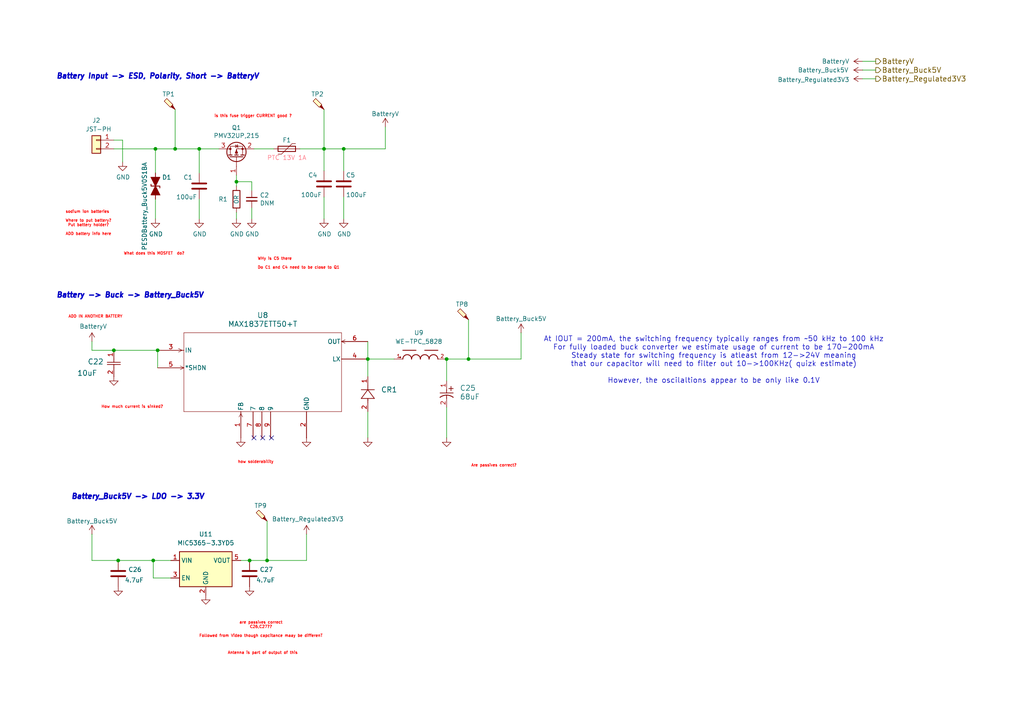
<source format=kicad_sch>
(kicad_sch
	(version 20250114)
	(generator "eeschema")
	(generator_version "9.0")
	(uuid "d4f9d898-7a83-4186-a9d6-9da79adbdd19")
	(paper "A4")
	(title_block
		(date "2025-03-11")
		(rev "1")
		(company "BAJA")
		(comment 1 "ParryZhuo")
	)
	(lib_symbols
		(symbol "18123D106KAT2A-10uF-BC:18123D106KAT2A"
			(pin_names
				(offset 0.254)
			)
			(exclude_from_sim no)
			(in_bom yes)
			(on_board yes)
			(property "Reference" "C"
				(at 3.81 3.81 0)
				(effects
					(font
						(size 1.524 1.524)
					)
				)
			)
			(property "Value" "18123D106KAT2A"
				(at 3.81 -3.81 0)
				(effects
					(font
						(size 1.524 1.524)
					)
				)
			)
			(property "Footprint" "CAP_1812Z_AVX"
				(at 0 0 0)
				(effects
					(font
						(size 1.27 1.27)
						(italic yes)
					)
					(hide yes)
				)
			)
			(property "Datasheet" "18123D106KAT2A"
				(at 0 0 0)
				(effects
					(font
						(size 1.27 1.27)
						(italic yes)
					)
					(hide yes)
				)
			)
			(property "Description" ""
				(at 0 0 0)
				(effects
					(font
						(size 1.27 1.27)
					)
					(hide yes)
				)
			)
			(property "ki_locked" ""
				(at 0 0 0)
				(effects
					(font
						(size 1.27 1.27)
					)
				)
			)
			(property "ki_keywords" "18123D106KAT2A"
				(at 0 0 0)
				(effects
					(font
						(size 1.27 1.27)
					)
					(hide yes)
				)
			)
			(property "ki_fp_filters" "CAP_1812Z_AVX CAP_1812Z_AVX-M CAP_1812Z_AVX-L"
				(at 0 0 0)
				(effects
					(font
						(size 1.27 1.27)
					)
					(hide yes)
				)
			)
			(symbol "18123D106KAT2A_1_1"
				(polyline
					(pts
						(xy 2.54 0) (xy 3.4798 0)
					)
					(stroke
						(width 0.2032)
						(type default)
					)
					(fill
						(type none)
					)
				)
				(polyline
					(pts
						(xy 3.4798 -1.905) (xy 3.4798 1.905)
					)
					(stroke
						(width 0.2032)
						(type default)
					)
					(fill
						(type none)
					)
				)
				(polyline
					(pts
						(xy 4.1148 0) (xy 5.08 0)
					)
					(stroke
						(width 0.2032)
						(type default)
					)
					(fill
						(type none)
					)
				)
				(polyline
					(pts
						(xy 4.1148 -1.905) (xy 4.1148 1.905)
					)
					(stroke
						(width 0.2032)
						(type default)
					)
					(fill
						(type none)
					)
				)
				(pin unspecified line
					(at 0 0 0)
					(length 2.54)
					(name ""
						(effects
							(font
								(size 1.27 1.27)
							)
						)
					)
					(number "1"
						(effects
							(font
								(size 1.27 1.27)
							)
						)
					)
				)
				(pin unspecified line
					(at 7.62 0 180)
					(length 2.54)
					(name ""
						(effects
							(font
								(size 1.27 1.27)
							)
						)
					)
					(number "2"
						(effects
							(font
								(size 1.27 1.27)
							)
						)
					)
				)
			)
			(symbol "18123D106KAT2A_1_2"
				(polyline
					(pts
						(xy -1.905 -3.4798) (xy 1.905 -3.4798)
					)
					(stroke
						(width 0.2032)
						(type default)
					)
					(fill
						(type none)
					)
				)
				(polyline
					(pts
						(xy -1.905 -4.1148) (xy 1.905 -4.1148)
					)
					(stroke
						(width 0.2032)
						(type default)
					)
					(fill
						(type none)
					)
				)
				(polyline
					(pts
						(xy 0 -2.54) (xy 0 -3.4798)
					)
					(stroke
						(width 0.2032)
						(type default)
					)
					(fill
						(type none)
					)
				)
				(polyline
					(pts
						(xy 0 -4.1148) (xy 0 -5.08)
					)
					(stroke
						(width 0.2032)
						(type default)
					)
					(fill
						(type none)
					)
				)
				(pin unspecified line
					(at 0 0 270)
					(length 2.54)
					(name ""
						(effects
							(font
								(size 1.27 1.27)
							)
						)
					)
					(number "1"
						(effects
							(font
								(size 1.27 1.27)
							)
						)
					)
				)
				(pin unspecified line
					(at 0 -7.62 90)
					(length 2.54)
					(name ""
						(effects
							(font
								(size 1.27 1.27)
							)
						)
					)
					(number "2"
						(effects
							(font
								(size 1.27 1.27)
							)
						)
					)
				)
			)
			(embedded_fonts no)
		)
		(symbol "744053470-47uF-BC:WE-TPC_5828"
			(pin_names
				(offset 1.016)
			)
			(exclude_from_sim no)
			(in_bom yes)
			(on_board yes)
			(property "Reference" "U"
				(at 0 3.81 0)
				(effects
					(font
						(size 1.27 1.27)
					)
					(justify bottom)
				)
			)
			(property "Value" "WE-TPC_5828"
				(at 0 -2.54 0)
				(effects
					(font
						(size 1.27 1.27)
					)
					(justify bottom)
				)
			)
			(property "Footprint" "WE-TPC_5828:WE-TPC_5828"
				(at 0 0 0)
				(effects
					(font
						(size 1.27 1.27)
					)
					(justify bottom)
					(hide yes)
				)
			)
			(property "Datasheet" ""
				(at 0 0 0)
				(effects
					(font
						(size 1.27 1.27)
					)
					(hide yes)
				)
			)
			(property "Description" ""
				(at 0 0 0)
				(effects
					(font
						(size 1.27 1.27)
					)
					(hide yes)
				)
			)
			(symbol "WE-TPC_5828_0_0"
				(circle
					(center -5.842 0.508)
					(radius 0.127)
					(stroke
						(width 0.254)
						(type default)
					)
					(fill
						(type none)
					)
				)
				(arc
					(start -5.08 0)
					(mid -3.81 1.2645)
					(end -2.54 0)
					(stroke
						(width 0.254)
						(type default)
					)
					(fill
						(type none)
					)
				)
				(polyline
					(pts
						(xy -1.27 2.54) (xy -5.08 2.54)
					)
					(stroke
						(width 0.254)
						(type default)
					)
					(fill
						(type none)
					)
				)
				(arc
					(start -2.54 0)
					(mid -1.27 1.2645)
					(end 0 0)
					(stroke
						(width 0.254)
						(type default)
					)
					(fill
						(type none)
					)
				)
				(arc
					(start 0 0)
					(mid 1.27 1.2645)
					(end 2.54 0)
					(stroke
						(width 0.254)
						(type default)
					)
					(fill
						(type none)
					)
				)
				(arc
					(start 2.54 0)
					(mid 3.81 1.2645)
					(end 5.08 0)
					(stroke
						(width 0.254)
						(type default)
					)
					(fill
						(type none)
					)
				)
				(polyline
					(pts
						(xy 5.08 2.54) (xy 1.27 2.54)
					)
					(stroke
						(width 0.254)
						(type default)
					)
					(fill
						(type none)
					)
				)
				(pin passive line
					(at -7.62 0 0)
					(length 2.54)
					(name "~"
						(effects
							(font
								(size 1.016 1.016)
							)
						)
					)
					(number "1"
						(effects
							(font
								(size 1.016 1.016)
							)
						)
					)
				)
				(pin passive line
					(at 7.62 0 180)
					(length 2.54)
					(name "~"
						(effects
							(font
								(size 1.016 1.016)
							)
						)
					)
					(number "2"
						(effects
							(font
								(size 1.016 1.016)
							)
						)
					)
				)
			)
			(embedded_fonts no)
		)
		(symbol "B0530W-7-F-BC-DIODE:B0530W-7-F"
			(pin_names
				(offset 0.254)
			)
			(exclude_from_sim no)
			(in_bom yes)
			(on_board yes)
			(property "Reference" "CR"
				(at 5.08 4.445 0)
				(effects
					(font
						(size 1.524 1.524)
					)
				)
			)
			(property "Value" "B0530W-7-F"
				(at 5.08 -3.81 0)
				(effects
					(font
						(size 1.524 1.524)
					)
				)
			)
			(property "Footprint" "SOD123_DIO"
				(at 0 0 0)
				(effects
					(font
						(size 1.27 1.27)
						(italic yes)
					)
					(hide yes)
				)
			)
			(property "Datasheet" "B0530W-7-F"
				(at 0 0 0)
				(effects
					(font
						(size 1.27 1.27)
						(italic yes)
					)
					(hide yes)
				)
			)
			(property "Description" ""
				(at 0 0 0)
				(effects
					(font
						(size 1.27 1.27)
					)
					(hide yes)
				)
			)
			(property "ki_locked" ""
				(at 0 0 0)
				(effects
					(font
						(size 1.27 1.27)
					)
				)
			)
			(property "ki_keywords" "B0530W-7-F"
				(at 0 0 0)
				(effects
					(font
						(size 1.27 1.27)
					)
					(hide yes)
				)
			)
			(property "ki_fp_filters" "SOD123_DIO SOD123_DIO-M SOD123_DIO-L"
				(at 0 0 0)
				(effects
					(font
						(size 1.27 1.27)
					)
					(hide yes)
				)
			)
			(symbol "B0530W-7-F_1_1"
				(polyline
					(pts
						(xy 2.54 0) (xy 3.4798 0)
					)
					(stroke
						(width 0.2032)
						(type default)
					)
					(fill
						(type none)
					)
				)
				(polyline
					(pts
						(xy 3.175 0) (xy 3.81 0)
					)
					(stroke
						(width 0.2032)
						(type default)
					)
					(fill
						(type none)
					)
				)
				(polyline
					(pts
						(xy 3.81 1.905) (xy 3.81 -1.905)
					)
					(stroke
						(width 0.2032)
						(type default)
					)
					(fill
						(type none)
					)
				)
				(polyline
					(pts
						(xy 3.81 -1.905) (xy 6.35 0)
					)
					(stroke
						(width 0.2032)
						(type default)
					)
					(fill
						(type none)
					)
				)
				(polyline
					(pts
						(xy 6.35 0) (xy 3.81 1.905)
					)
					(stroke
						(width 0.2032)
						(type default)
					)
					(fill
						(type none)
					)
				)
				(polyline
					(pts
						(xy 6.35 0) (xy 7.62 0)
					)
					(stroke
						(width 0.2032)
						(type default)
					)
					(fill
						(type none)
					)
				)
				(polyline
					(pts
						(xy 6.35 -1.905) (xy 6.35 1.905)
					)
					(stroke
						(width 0.2032)
						(type default)
					)
					(fill
						(type none)
					)
				)
				(pin unspecified line
					(at 0 0 0)
					(length 2.54)
					(name ""
						(effects
							(font
								(size 1.27 1.27)
							)
						)
					)
					(number "2"
						(effects
							(font
								(size 1.27 1.27)
							)
						)
					)
				)
				(pin unspecified line
					(at 10.16 0 180)
					(length 2.54)
					(name ""
						(effects
							(font
								(size 1.27 1.27)
							)
						)
					)
					(number "1"
						(effects
							(font
								(size 1.27 1.27)
							)
						)
					)
				)
			)
			(symbol "B0530W-7-F_1_2"
				(polyline
					(pts
						(xy -1.905 3.81) (xy 1.905 3.81)
					)
					(stroke
						(width 0.2032)
						(type default)
					)
					(fill
						(type none)
					)
				)
				(polyline
					(pts
						(xy 0 6.35) (xy -1.905 3.81)
					)
					(stroke
						(width 0.2032)
						(type default)
					)
					(fill
						(type none)
					)
				)
				(polyline
					(pts
						(xy 0 6.35) (xy 0 7.62)
					)
					(stroke
						(width 0.2032)
						(type default)
					)
					(fill
						(type none)
					)
				)
				(polyline
					(pts
						(xy 0 3.175) (xy 0 3.81)
					)
					(stroke
						(width 0.2032)
						(type default)
					)
					(fill
						(type none)
					)
				)
				(polyline
					(pts
						(xy 0 2.54) (xy 0 3.4798)
					)
					(stroke
						(width 0.2032)
						(type default)
					)
					(fill
						(type none)
					)
				)
				(polyline
					(pts
						(xy 1.905 6.35) (xy -1.905 6.35)
					)
					(stroke
						(width 0.2032)
						(type default)
					)
					(fill
						(type none)
					)
				)
				(polyline
					(pts
						(xy 1.905 3.81) (xy 0 6.35)
					)
					(stroke
						(width 0.2032)
						(type default)
					)
					(fill
						(type none)
					)
				)
				(pin unspecified line
					(at 0 10.16 270)
					(length 2.54)
					(name ""
						(effects
							(font
								(size 1.27 1.27)
							)
						)
					)
					(number "1"
						(effects
							(font
								(size 1.27 1.27)
							)
						)
					)
				)
				(pin unspecified line
					(at 0 0 90)
					(length 2.54)
					(name ""
						(effects
							(font
								(size 1.27 1.27)
							)
						)
					)
					(number "2"
						(effects
							(font
								(size 1.27 1.27)
							)
						)
					)
				)
			)
			(embedded_fonts no)
		)
		(symbol "Connector:TestPoint_Probe"
			(pin_numbers
				(hide yes)
			)
			(pin_names
				(offset 0.762)
				(hide yes)
			)
			(exclude_from_sim no)
			(in_bom yes)
			(on_board yes)
			(property "Reference" "TP"
				(at 1.651 5.842 0)
				(effects
					(font
						(size 1.27 1.27)
					)
				)
			)
			(property "Value" "TestPoint_Probe"
				(at 1.651 4.064 0)
				(effects
					(font
						(size 1.27 1.27)
					)
				)
			)
			(property "Footprint" ""
				(at 5.08 0 0)
				(effects
					(font
						(size 1.27 1.27)
					)
					(hide yes)
				)
			)
			(property "Datasheet" "~"
				(at 5.08 0 0)
				(effects
					(font
						(size 1.27 1.27)
					)
					(hide yes)
				)
			)
			(property "Description" "test point (alternative probe-style design)"
				(at 0 0 0)
				(effects
					(font
						(size 1.27 1.27)
					)
					(hide yes)
				)
			)
			(property "ki_keywords" "test point tp"
				(at 0 0 0)
				(effects
					(font
						(size 1.27 1.27)
					)
					(hide yes)
				)
			)
			(property "ki_fp_filters" "Pin* Test*"
				(at 0 0 0)
				(effects
					(font
						(size 1.27 1.27)
					)
					(hide yes)
				)
			)
			(symbol "TestPoint_Probe_0_1"
				(polyline
					(pts
						(xy 1.27 0.762) (xy 0 0) (xy 0.762 1.27) (xy 1.27 0.762)
					)
					(stroke
						(width 0)
						(type default)
					)
					(fill
						(type outline)
					)
				)
				(polyline
					(pts
						(xy 1.397 0.635) (xy 0.635 1.397) (xy 2.413 3.175) (xy 3.175 2.413) (xy 1.397 0.635)
					)
					(stroke
						(width 0)
						(type default)
					)
					(fill
						(type background)
					)
				)
			)
			(symbol "TestPoint_Probe_1_1"
				(pin passive line
					(at 0 0 90)
					(length 0)
					(name "1"
						(effects
							(font
								(size 1.27 1.27)
							)
						)
					)
					(number "1"
						(effects
							(font
								(size 1.27 1.27)
							)
						)
					)
				)
			)
			(embedded_fonts no)
		)
		(symbol "Connector_Generic:Conn_01x02"
			(pin_names
				(offset 1.016)
				(hide yes)
			)
			(exclude_from_sim no)
			(in_bom yes)
			(on_board yes)
			(property "Reference" "J"
				(at 0 2.54 0)
				(effects
					(font
						(size 1.27 1.27)
					)
				)
			)
			(property "Value" "Conn_01x02"
				(at 0 -5.08 0)
				(effects
					(font
						(size 1.27 1.27)
					)
				)
			)
			(property "Footprint" ""
				(at 0 0 0)
				(effects
					(font
						(size 1.27 1.27)
					)
					(hide yes)
				)
			)
			(property "Datasheet" "~"
				(at 0 0 0)
				(effects
					(font
						(size 1.27 1.27)
					)
					(hide yes)
				)
			)
			(property "Description" "Generic connector, single row, 01x02, script generated (kicad-library-utils/schlib/autogen/connector/)"
				(at 0 0 0)
				(effects
					(font
						(size 1.27 1.27)
					)
					(hide yes)
				)
			)
			(property "ki_keywords" "connector"
				(at 0 0 0)
				(effects
					(font
						(size 1.27 1.27)
					)
					(hide yes)
				)
			)
			(property "ki_fp_filters" "Connector*:*_1x??_*"
				(at 0 0 0)
				(effects
					(font
						(size 1.27 1.27)
					)
					(hide yes)
				)
			)
			(symbol "Conn_01x02_1_1"
				(rectangle
					(start -1.27 1.27)
					(end 1.27 -3.81)
					(stroke
						(width 0.254)
						(type default)
					)
					(fill
						(type background)
					)
				)
				(rectangle
					(start -1.27 0.127)
					(end 0 -0.127)
					(stroke
						(width 0.1524)
						(type default)
					)
					(fill
						(type none)
					)
				)
				(rectangle
					(start -1.27 -2.413)
					(end 0 -2.667)
					(stroke
						(width 0.1524)
						(type default)
					)
					(fill
						(type none)
					)
				)
				(pin passive line
					(at -5.08 0 0)
					(length 3.81)
					(name "Pin_1"
						(effects
							(font
								(size 1.27 1.27)
							)
						)
					)
					(number "1"
						(effects
							(font
								(size 1.27 1.27)
							)
						)
					)
				)
				(pin passive line
					(at -5.08 -2.54 0)
					(length 3.81)
					(name "Pin_2"
						(effects
							(font
								(size 1.27 1.27)
							)
						)
					)
					(number "2"
						(effects
							(font
								(size 1.27 1.27)
							)
						)
					)
				)
			)
			(embedded_fonts no)
		)
		(symbol "Device:C"
			(pin_numbers
				(hide yes)
			)
			(pin_names
				(offset 0.254)
			)
			(exclude_from_sim no)
			(in_bom yes)
			(on_board yes)
			(property "Reference" "C"
				(at 0.635 2.54 0)
				(effects
					(font
						(size 1.27 1.27)
					)
					(justify left)
				)
			)
			(property "Value" "C"
				(at 0.635 -2.54 0)
				(effects
					(font
						(size 1.27 1.27)
					)
					(justify left)
				)
			)
			(property "Footprint" ""
				(at 0.9652 -3.81 0)
				(effects
					(font
						(size 1.27 1.27)
					)
					(hide yes)
				)
			)
			(property "Datasheet" "~"
				(at 0 0 0)
				(effects
					(font
						(size 1.27 1.27)
					)
					(hide yes)
				)
			)
			(property "Description" "Unpolarized capacitor"
				(at 0 0 0)
				(effects
					(font
						(size 1.27 1.27)
					)
					(hide yes)
				)
			)
			(property "ki_keywords" "cap capacitor"
				(at 0 0 0)
				(effects
					(font
						(size 1.27 1.27)
					)
					(hide yes)
				)
			)
			(property "ki_fp_filters" "C_*"
				(at 0 0 0)
				(effects
					(font
						(size 1.27 1.27)
					)
					(hide yes)
				)
			)
			(symbol "C_0_1"
				(polyline
					(pts
						(xy -2.032 0.762) (xy 2.032 0.762)
					)
					(stroke
						(width 0.508)
						(type default)
					)
					(fill
						(type none)
					)
				)
				(polyline
					(pts
						(xy -2.032 -0.762) (xy 2.032 -0.762)
					)
					(stroke
						(width 0.508)
						(type default)
					)
					(fill
						(type none)
					)
				)
			)
			(symbol "C_1_1"
				(pin passive line
					(at 0 3.81 270)
					(length 2.794)
					(name "~"
						(effects
							(font
								(size 1.27 1.27)
							)
						)
					)
					(number "1"
						(effects
							(font
								(size 1.27 1.27)
							)
						)
					)
				)
				(pin passive line
					(at 0 -3.81 90)
					(length 2.794)
					(name "~"
						(effects
							(font
								(size 1.27 1.27)
							)
						)
					)
					(number "2"
						(effects
							(font
								(size 1.27 1.27)
							)
						)
					)
				)
			)
			(embedded_fonts no)
		)
		(symbol "Device:C_Small"
			(pin_numbers
				(hide yes)
			)
			(pin_names
				(offset 0.254)
				(hide yes)
			)
			(exclude_from_sim no)
			(in_bom yes)
			(on_board yes)
			(property "Reference" "C"
				(at 0.254 1.778 0)
				(effects
					(font
						(size 1.27 1.27)
					)
					(justify left)
				)
			)
			(property "Value" "C_Small"
				(at 0.254 -2.032 0)
				(effects
					(font
						(size 1.27 1.27)
					)
					(justify left)
				)
			)
			(property "Footprint" ""
				(at 0 0 0)
				(effects
					(font
						(size 1.27 1.27)
					)
					(hide yes)
				)
			)
			(property "Datasheet" "~"
				(at 0 0 0)
				(effects
					(font
						(size 1.27 1.27)
					)
					(hide yes)
				)
			)
			(property "Description" "Unpolarized capacitor, small symbol"
				(at 0 0 0)
				(effects
					(font
						(size 1.27 1.27)
					)
					(hide yes)
				)
			)
			(property "ki_keywords" "capacitor cap"
				(at 0 0 0)
				(effects
					(font
						(size 1.27 1.27)
					)
					(hide yes)
				)
			)
			(property "ki_fp_filters" "C_*"
				(at 0 0 0)
				(effects
					(font
						(size 1.27 1.27)
					)
					(hide yes)
				)
			)
			(symbol "C_Small_0_1"
				(polyline
					(pts
						(xy -1.524 0.508) (xy 1.524 0.508)
					)
					(stroke
						(width 0.3048)
						(type default)
					)
					(fill
						(type none)
					)
				)
				(polyline
					(pts
						(xy -1.524 -0.508) (xy 1.524 -0.508)
					)
					(stroke
						(width 0.3302)
						(type default)
					)
					(fill
						(type none)
					)
				)
			)
			(symbol "C_Small_1_1"
				(pin passive line
					(at 0 2.54 270)
					(length 2.032)
					(name "~"
						(effects
							(font
								(size 1.27 1.27)
							)
						)
					)
					(number "1"
						(effects
							(font
								(size 1.27 1.27)
							)
						)
					)
				)
				(pin passive line
					(at 0 -2.54 90)
					(length 2.032)
					(name "~"
						(effects
							(font
								(size 1.27 1.27)
							)
						)
					)
					(number "2"
						(effects
							(font
								(size 1.27 1.27)
							)
						)
					)
				)
			)
			(embedded_fonts no)
		)
		(symbol "Device:D_TVS_ALT"
			(pin_numbers
				(hide yes)
			)
			(pin_names
				(offset 1.016)
				(hide yes)
			)
			(exclude_from_sim no)
			(in_bom yes)
			(on_board yes)
			(property "Reference" "D"
				(at 0 2.54 0)
				(effects
					(font
						(size 1.27 1.27)
					)
				)
			)
			(property "Value" "Device_D_TVS_ALT"
				(at 0 -2.54 0)
				(effects
					(font
						(size 1.27 1.27)
					)
				)
			)
			(property "Footprint" ""
				(at 0 0 0)
				(effects
					(font
						(size 1.27 1.27)
					)
					(hide yes)
				)
			)
			(property "Datasheet" ""
				(at 0 0 0)
				(effects
					(font
						(size 1.27 1.27)
					)
					(hide yes)
				)
			)
			(property "Description" ""
				(at 0 0 0)
				(effects
					(font
						(size 1.27 1.27)
					)
					(hide yes)
				)
			)
			(property "ki_fp_filters" "TO-???* *_Diode_* *SingleDiode* D_*"
				(at 0 0 0)
				(effects
					(font
						(size 1.27 1.27)
					)
					(hide yes)
				)
			)
			(symbol "D_TVS_ALT_0_1"
				(polyline
					(pts
						(xy -2.54 -1.27) (xy 0 0) (xy -2.54 1.27) (xy -2.54 -1.27)
					)
					(stroke
						(width 0.254)
						(type default)
					)
					(fill
						(type outline)
					)
				)
				(polyline
					(pts
						(xy 0.508 1.27) (xy 0 1.27) (xy 0 -1.27) (xy -0.508 -1.27)
					)
					(stroke
						(width 0.254)
						(type default)
					)
					(fill
						(type none)
					)
				)
				(polyline
					(pts
						(xy 1.27 0) (xy -1.27 0)
					)
					(stroke
						(width 0)
						(type default)
					)
					(fill
						(type none)
					)
				)
				(polyline
					(pts
						(xy 2.54 1.27) (xy 2.54 -1.27) (xy 0 0) (xy 2.54 1.27)
					)
					(stroke
						(width 0.254)
						(type default)
					)
					(fill
						(type outline)
					)
				)
			)
			(symbol "D_TVS_ALT_1_1"
				(pin passive line
					(at -3.81 0 0)
					(length 2.54)
					(name "A1"
						(effects
							(font
								(size 1.27 1.27)
							)
						)
					)
					(number "1"
						(effects
							(font
								(size 1.27 1.27)
							)
						)
					)
				)
				(pin passive line
					(at 3.81 0 180)
					(length 2.54)
					(name "A2"
						(effects
							(font
								(size 1.27 1.27)
							)
						)
					)
					(number "2"
						(effects
							(font
								(size 1.27 1.27)
							)
						)
					)
				)
			)
			(embedded_fonts no)
		)
		(symbol "Device:Polyfuse"
			(pin_numbers
				(hide yes)
			)
			(pin_names
				(offset 0)
			)
			(exclude_from_sim no)
			(in_bom yes)
			(on_board yes)
			(property "Reference" "F"
				(at -2.54 0 90)
				(effects
					(font
						(size 1.27 1.27)
					)
				)
			)
			(property "Value" "Polyfuse"
				(at 2.54 0 90)
				(effects
					(font
						(size 1.27 1.27)
					)
				)
			)
			(property "Footprint" ""
				(at 1.27 -5.08 0)
				(effects
					(font
						(size 1.27 1.27)
					)
					(justify left)
					(hide yes)
				)
			)
			(property "Datasheet" "~"
				(at 0 0 0)
				(effects
					(font
						(size 1.27 1.27)
					)
					(hide yes)
				)
			)
			(property "Description" "Resettable fuse, polymeric positive temperature coefficient"
				(at 0 0 0)
				(effects
					(font
						(size 1.27 1.27)
					)
					(hide yes)
				)
			)
			(property "ki_keywords" "resettable fuse PTC PPTC polyfuse polyswitch"
				(at 0 0 0)
				(effects
					(font
						(size 1.27 1.27)
					)
					(hide yes)
				)
			)
			(property "ki_fp_filters" "*polyfuse* *PTC*"
				(at 0 0 0)
				(effects
					(font
						(size 1.27 1.27)
					)
					(hide yes)
				)
			)
			(symbol "Polyfuse_0_1"
				(polyline
					(pts
						(xy -1.524 2.54) (xy -1.524 1.524) (xy 1.524 -1.524) (xy 1.524 -2.54)
					)
					(stroke
						(width 0)
						(type default)
					)
					(fill
						(type none)
					)
				)
				(rectangle
					(start -0.762 2.54)
					(end 0.762 -2.54)
					(stroke
						(width 0.254)
						(type default)
					)
					(fill
						(type none)
					)
				)
				(polyline
					(pts
						(xy 0 2.54) (xy 0 -2.54)
					)
					(stroke
						(width 0)
						(type default)
					)
					(fill
						(type none)
					)
				)
			)
			(symbol "Polyfuse_1_1"
				(pin passive line
					(at 0 3.81 270)
					(length 1.27)
					(name "~"
						(effects
							(font
								(size 1.27 1.27)
							)
						)
					)
					(number "1"
						(effects
							(font
								(size 1.27 1.27)
							)
						)
					)
				)
				(pin passive line
					(at 0 -3.81 90)
					(length 1.27)
					(name "~"
						(effects
							(font
								(size 1.27 1.27)
							)
						)
					)
					(number "2"
						(effects
							(font
								(size 1.27 1.27)
							)
						)
					)
				)
			)
			(embedded_fonts no)
		)
		(symbol "Device:Q_PMOS_GSD"
			(pin_names
				(offset 0)
				(hide yes)
			)
			(exclude_from_sim no)
			(in_bom yes)
			(on_board yes)
			(property "Reference" "Q"
				(at 5.08 1.27 0)
				(effects
					(font
						(size 1.27 1.27)
					)
					(justify left)
				)
			)
			(property "Value" "Q_PMOS_GSD"
				(at 5.08 -1.27 0)
				(effects
					(font
						(size 1.27 1.27)
					)
					(justify left)
				)
			)
			(property "Footprint" ""
				(at 5.08 2.54 0)
				(effects
					(font
						(size 1.27 1.27)
					)
					(hide yes)
				)
			)
			(property "Datasheet" "~"
				(at 0 0 0)
				(effects
					(font
						(size 1.27 1.27)
					)
					(hide yes)
				)
			)
			(property "Description" "P-MOSFET transistor, gate/source/drain"
				(at 0 0 0)
				(effects
					(font
						(size 1.27 1.27)
					)
					(hide yes)
				)
			)
			(property "ki_keywords" "transistor PMOS P-MOS P-MOSFET"
				(at 0 0 0)
				(effects
					(font
						(size 1.27 1.27)
					)
					(hide yes)
				)
			)
			(symbol "Q_PMOS_GSD_0_1"
				(polyline
					(pts
						(xy 0.254 1.905) (xy 0.254 -1.905)
					)
					(stroke
						(width 0.254)
						(type default)
					)
					(fill
						(type none)
					)
				)
				(polyline
					(pts
						(xy 0.254 0) (xy -2.54 0)
					)
					(stroke
						(width 0)
						(type default)
					)
					(fill
						(type none)
					)
				)
				(polyline
					(pts
						(xy 0.762 2.286) (xy 0.762 1.27)
					)
					(stroke
						(width 0.254)
						(type default)
					)
					(fill
						(type none)
					)
				)
				(polyline
					(pts
						(xy 0.762 1.778) (xy 3.302 1.778) (xy 3.302 -1.778) (xy 0.762 -1.778)
					)
					(stroke
						(width 0)
						(type default)
					)
					(fill
						(type none)
					)
				)
				(polyline
					(pts
						(xy 0.762 0.508) (xy 0.762 -0.508)
					)
					(stroke
						(width 0.254)
						(type default)
					)
					(fill
						(type none)
					)
				)
				(polyline
					(pts
						(xy 0.762 -1.27) (xy 0.762 -2.286)
					)
					(stroke
						(width 0.254)
						(type default)
					)
					(fill
						(type none)
					)
				)
				(circle
					(center 1.651 0)
					(radius 2.794)
					(stroke
						(width 0.254)
						(type default)
					)
					(fill
						(type none)
					)
				)
				(polyline
					(pts
						(xy 2.286 0) (xy 1.27 0.381) (xy 1.27 -0.381) (xy 2.286 0)
					)
					(stroke
						(width 0)
						(type default)
					)
					(fill
						(type outline)
					)
				)
				(polyline
					(pts
						(xy 2.54 2.54) (xy 2.54 1.778)
					)
					(stroke
						(width 0)
						(type default)
					)
					(fill
						(type none)
					)
				)
				(circle
					(center 2.54 1.778)
					(radius 0.254)
					(stroke
						(width 0)
						(type default)
					)
					(fill
						(type outline)
					)
				)
				(circle
					(center 2.54 -1.778)
					(radius 0.254)
					(stroke
						(width 0)
						(type default)
					)
					(fill
						(type outline)
					)
				)
				(polyline
					(pts
						(xy 2.54 -2.54) (xy 2.54 0) (xy 0.762 0)
					)
					(stroke
						(width 0)
						(type default)
					)
					(fill
						(type none)
					)
				)
				(polyline
					(pts
						(xy 2.794 -0.508) (xy 2.921 -0.381) (xy 3.683 -0.381) (xy 3.81 -0.254)
					)
					(stroke
						(width 0)
						(type default)
					)
					(fill
						(type none)
					)
				)
				(polyline
					(pts
						(xy 3.302 -0.381) (xy 2.921 0.254) (xy 3.683 0.254) (xy 3.302 -0.381)
					)
					(stroke
						(width 0)
						(type default)
					)
					(fill
						(type none)
					)
				)
			)
			(symbol "Q_PMOS_GSD_1_1"
				(pin input line
					(at -5.08 0 0)
					(length 2.54)
					(name "G"
						(effects
							(font
								(size 1.27 1.27)
							)
						)
					)
					(number "1"
						(effects
							(font
								(size 1.27 1.27)
							)
						)
					)
				)
				(pin passive line
					(at 2.54 5.08 270)
					(length 2.54)
					(name "D"
						(effects
							(font
								(size 1.27 1.27)
							)
						)
					)
					(number "3"
						(effects
							(font
								(size 1.27 1.27)
							)
						)
					)
				)
				(pin passive line
					(at 2.54 -5.08 90)
					(length 2.54)
					(name "S"
						(effects
							(font
								(size 1.27 1.27)
							)
						)
					)
					(number "2"
						(effects
							(font
								(size 1.27 1.27)
							)
						)
					)
				)
			)
			(embedded_fonts no)
		)
		(symbol "Device:R"
			(pin_numbers
				(hide yes)
			)
			(pin_names
				(offset 0)
			)
			(exclude_from_sim no)
			(in_bom yes)
			(on_board yes)
			(property "Reference" "R"
				(at 2.032 0 90)
				(effects
					(font
						(size 1.27 1.27)
					)
				)
			)
			(property "Value" "R"
				(at 0 0 90)
				(effects
					(font
						(size 1.27 1.27)
					)
				)
			)
			(property "Footprint" ""
				(at -1.778 0 90)
				(effects
					(font
						(size 1.27 1.27)
					)
					(hide yes)
				)
			)
			(property "Datasheet" "~"
				(at 0 0 0)
				(effects
					(font
						(size 1.27 1.27)
					)
					(hide yes)
				)
			)
			(property "Description" "Resistor"
				(at 0 0 0)
				(effects
					(font
						(size 1.27 1.27)
					)
					(hide yes)
				)
			)
			(property "ki_keywords" "R res resistor"
				(at 0 0 0)
				(effects
					(font
						(size 1.27 1.27)
					)
					(hide yes)
				)
			)
			(property "ki_fp_filters" "R_*"
				(at 0 0 0)
				(effects
					(font
						(size 1.27 1.27)
					)
					(hide yes)
				)
			)
			(symbol "R_0_1"
				(rectangle
					(start -1.016 -2.54)
					(end 1.016 2.54)
					(stroke
						(width 0.254)
						(type default)
					)
					(fill
						(type none)
					)
				)
			)
			(symbol "R_1_1"
				(pin passive line
					(at 0 3.81 270)
					(length 1.27)
					(name "~"
						(effects
							(font
								(size 1.27 1.27)
							)
						)
					)
					(number "1"
						(effects
							(font
								(size 1.27 1.27)
							)
						)
					)
				)
				(pin passive line
					(at 0 -3.81 90)
					(length 1.27)
					(name "~"
						(effects
							(font
								(size 1.27 1.27)
							)
						)
					)
					(number "2"
						(effects
							(font
								(size 1.27 1.27)
							)
						)
					)
				)
			)
			(embedded_fonts no)
		)
		(symbol "GND_1"
			(power)
			(pin_numbers
				(hide yes)
			)
			(pin_names
				(offset 0)
				(hide yes)
			)
			(exclude_from_sim no)
			(in_bom yes)
			(on_board yes)
			(property "Reference" "#PWR"
				(at 0 -6.35 0)
				(effects
					(font
						(size 1.27 1.27)
					)
					(hide yes)
				)
			)
			(property "Value" "GND"
				(at 0 -3.81 0)
				(effects
					(font
						(size 1.27 1.27)
					)
				)
			)
			(property "Footprint" ""
				(at 0 0 0)
				(effects
					(font
						(size 1.27 1.27)
					)
					(hide yes)
				)
			)
			(property "Datasheet" ""
				(at 0 0 0)
				(effects
					(font
						(size 1.27 1.27)
					)
					(hide yes)
				)
			)
			(property "Description" "Power symbol creates a global label with name \"GND\" , ground"
				(at 0 0 0)
				(effects
					(font
						(size 1.27 1.27)
					)
					(hide yes)
				)
			)
			(property "ki_keywords" "global power"
				(at 0 0 0)
				(effects
					(font
						(size 1.27 1.27)
					)
					(hide yes)
				)
			)
			(symbol "GND_1_0_1"
				(polyline
					(pts
						(xy 0 0) (xy 0 -1.27) (xy 1.27 -1.27) (xy 0 -2.54) (xy -1.27 -1.27) (xy 0 -1.27)
					)
					(stroke
						(width 0)
						(type default)
					)
					(fill
						(type none)
					)
				)
			)
			(symbol "GND_1_1_1"
				(pin power_in line
					(at 0 0 270)
					(length 0)
					(name "~"
						(effects
							(font
								(size 1.27 1.27)
							)
						)
					)
					(number "1"
						(effects
							(font
								(size 1.27 1.27)
							)
						)
					)
				)
			)
			(embedded_fonts no)
		)
		(symbol "MAX1837ETT50_T-bc-5V:MAX1837ETT50+T"
			(pin_names
				(offset 0.254)
			)
			(exclude_from_sim no)
			(in_bom yes)
			(on_board yes)
			(property "Reference" "U8"
				(at 30.48 10.16 0)
				(effects
					(font
						(size 1.524 1.524)
					)
				)
			)
			(property "Value" "MAX1837ETT50+T"
				(at 30.48 7.62 0)
				(effects
					(font
						(size 1.524 1.524)
					)
				)
			)
			(property "Footprint" "21-0137I_T1033-1_MXM"
				(at 1.524 9.906 0)
				(effects
					(font
						(size 1.27 1.27)
						(italic yes)
					)
					(hide yes)
				)
			)
			(property "Datasheet" "MAX1837ETT50+T"
				(at -0.254 12.7 0)
				(effects
					(font
						(size 1.27 1.27)
						(italic yes)
					)
					(hide yes)
				)
			)
			(property "Description" ""
				(at 0 0 0)
				(effects
					(font
						(size 1.27 1.27)
					)
					(hide yes)
				)
			)
			(property "Distributor link" "https://www.digikey.com/en/products/detail/analog-devices-inc-maxim-integrated/MAX1837ETT50-T/1519115"
				(at 3.556 16.002 0)
				(effects
					(font
						(size 1.27 1.27)
					)
					(hide yes)
				)
			)
			(property "Manufacturer" "Analog devices"
				(at 0.254 6.35 0)
				(effects
					(font
						(size 1.27 1.27)
					)
					(hide yes)
				)
			)
			(property "Manufacturer Part Number" "MAX1837ETT50+T"
				(at -4.572 3.556 0)
				(effects
					(font
						(size 1.27 1.27)
					)
					(hide yes)
				)
			)
			(property "ki_locked" ""
				(at 0 0 0)
				(effects
					(font
						(size 1.27 1.27)
					)
				)
			)
			(property "ki_keywords" "MAX1837ETT50+T"
				(at 0 0 0)
				(effects
					(font
						(size 1.27 1.27)
					)
					(hide yes)
				)
			)
			(property "ki_fp_filters" "21-0137I_T1033-1_MXM 21-0137I_T1033-1_MXM-M 21-0137I_T1033-1_MXM-L"
				(at 0 0 0)
				(effects
					(font
						(size 1.27 1.27)
					)
					(hide yes)
				)
			)
			(symbol "MAX1837ETT50+T_0_1"
				(polyline
					(pts
						(xy 7.0993 0) (xy 6.0579 0.5207)
					)
					(stroke
						(width 0.127)
						(type default)
					)
					(fill
						(type none)
					)
				)
				(polyline
					(pts
						(xy 7.0993 0) (xy 6.0579 -0.5207)
					)
					(stroke
						(width 0.127)
						(type default)
					)
					(fill
						(type none)
					)
				)
				(polyline
					(pts
						(xy 7.62 5.08) (xy 7.62 -17.78)
					)
					(stroke
						(width 0.127)
						(type default)
					)
					(fill
						(type none)
					)
				)
				(polyline
					(pts
						(xy 7.62 -5.08) (xy 6.5786 -4.5593)
					)
					(stroke
						(width 0.127)
						(type default)
					)
					(fill
						(type none)
					)
				)
				(polyline
					(pts
						(xy 7.62 -5.08) (xy 6.5786 -5.6007)
					)
					(stroke
						(width 0.127)
						(type default)
					)
					(fill
						(type none)
					)
				)
				(polyline
					(pts
						(xy 7.62 -17.78) (xy 53.34 -17.78)
					)
					(stroke
						(width 0.127)
						(type default)
					)
					(fill
						(type none)
					)
				)
				(polyline
					(pts
						(xy 24.13 -18.3007) (xy 23.6093 -19.3421)
					)
					(stroke
						(width 0.127)
						(type default)
					)
					(fill
						(type none)
					)
				)
				(polyline
					(pts
						(xy 24.13 -18.3007) (xy 24.6507 -19.3421)
					)
					(stroke
						(width 0.127)
						(type default)
					)
					(fill
						(type none)
					)
				)
				(polyline
					(pts
						(xy 53.34 5.08) (xy 7.62 5.08)
					)
					(stroke
						(width 0.127)
						(type default)
					)
					(fill
						(type none)
					)
				)
				(polyline
					(pts
						(xy 53.34 2.54) (xy 54.3814 3.0607)
					)
					(stroke
						(width 0.127)
						(type default)
					)
					(fill
						(type none)
					)
				)
				(polyline
					(pts
						(xy 53.34 2.54) (xy 54.3814 2.0193)
					)
					(stroke
						(width 0.127)
						(type default)
					)
					(fill
						(type none)
					)
				)
				(polyline
					(pts
						(xy 53.34 -17.78) (xy 53.34 5.08)
					)
					(stroke
						(width 0.127)
						(type default)
					)
					(fill
						(type none)
					)
				)
				(pin input line
					(at 0 0 0)
					(length 7.62)
					(name "IN"
						(effects
							(font
								(size 1.27 1.27)
							)
						)
					)
					(number "3"
						(effects
							(font
								(size 1.27 1.27)
							)
						)
					)
				)
				(pin input line
					(at 0 -5.08 0)
					(length 7.62)
					(name "*SHDN"
						(effects
							(font
								(size 1.27 1.27)
							)
						)
					)
					(number "5"
						(effects
							(font
								(size 1.27 1.27)
							)
						)
					)
				)
				(pin input line
					(at 24.13 -25.4 90)
					(length 7.62)
					(name "FB"
						(effects
							(font
								(size 1.27 1.27)
							)
						)
					)
					(number "1"
						(effects
							(font
								(size 1.27 1.27)
							)
						)
					)
				)
				(pin unspecified line
					(at 27.6902 -25.4688 90)
					(length 7.62)
					(name "7"
						(effects
							(font
								(size 1.27 1.27)
							)
						)
					)
					(number "7"
						(effects
							(font
								(size 1.27 1.27)
							)
						)
					)
				)
				(pin unspecified line
					(at 30.2302 -25.4688 90)
					(length 7.62)
					(name "8"
						(effects
							(font
								(size 1.27 1.27)
							)
						)
					)
					(number "8"
						(effects
							(font
								(size 1.27 1.27)
							)
						)
					)
				)
				(pin unspecified line
					(at 32.7702 -25.4688 90)
					(length 7.62)
					(name "9"
						(effects
							(font
								(size 1.27 1.27)
							)
						)
					)
					(number "9"
						(effects
							(font
								(size 1.27 1.27)
							)
						)
					)
				)
				(pin power_in line
					(at 43.18 -25.4 90)
					(length 7.62)
					(name "GND"
						(effects
							(font
								(size 1.27 1.27)
							)
						)
					)
					(number "2"
						(effects
							(font
								(size 1.27 1.27)
							)
						)
					)
				)
				(pin input line
					(at 60.96 2.54 180)
					(length 7.62)
					(name "OUT"
						(effects
							(font
								(size 1.27 1.27)
							)
						)
					)
					(number "6"
						(effects
							(font
								(size 1.27 1.27)
							)
						)
					)
				)
				(pin unspecified line
					(at 60.96 -2.54 180)
					(length 7.62)
					(name "LX"
						(effects
							(font
								(size 1.27 1.27)
							)
						)
					)
					(number "4"
						(effects
							(font
								(size 1.27 1.27)
							)
						)
					)
				)
			)
			(embedded_fonts no)
		)
		(symbol "Regulator_Linear:MIC5365-3.3YD5"
			(exclude_from_sim no)
			(in_bom yes)
			(on_board yes)
			(property "Reference" "U"
				(at -7.62 6.35 0)
				(effects
					(font
						(size 1.27 1.27)
					)
					(justify left)
				)
			)
			(property "Value" "MIC5365-3.3YD5"
				(at 0 6.35 0)
				(effects
					(font
						(size 1.27 1.27)
					)
					(justify left)
				)
			)
			(property "Footprint" "Package_TO_SOT_SMD:SOT-23-5"
				(at 0 8.89 0)
				(effects
					(font
						(size 1.27 1.27)
					)
					(hide yes)
				)
			)
			(property "Datasheet" "http://ww1.microchip.com/downloads/en/DeviceDoc/mic5365.pdf"
				(at -6.35 6.35 0)
				(effects
					(font
						(size 1.27 1.27)
					)
					(hide yes)
				)
			)
			(property "Description" "150mA Low-dropout Voltage Regulator, Vout 3.3V, Vin up to 5.5V, SOT-23-5"
				(at 0 0 0)
				(effects
					(font
						(size 1.27 1.27)
					)
					(hide yes)
				)
			)
			(property "ki_keywords" "Micrel LDO voltage regulator"
				(at 0 0 0)
				(effects
					(font
						(size 1.27 1.27)
					)
					(hide yes)
				)
			)
			(property "ki_fp_filters" "SOT?23*"
				(at 0 0 0)
				(effects
					(font
						(size 1.27 1.27)
					)
					(hide yes)
				)
			)
			(symbol "MIC5365-3.3YD5_0_1"
				(rectangle
					(start -7.62 -5.08)
					(end 7.62 5.08)
					(stroke
						(width 0.254)
						(type default)
					)
					(fill
						(type background)
					)
				)
			)
			(symbol "MIC5365-3.3YD5_1_1"
				(pin power_in line
					(at -10.16 2.54 0)
					(length 2.54)
					(name "VIN"
						(effects
							(font
								(size 1.27 1.27)
							)
						)
					)
					(number "1"
						(effects
							(font
								(size 1.27 1.27)
							)
						)
					)
				)
				(pin input line
					(at -10.16 -2.54 0)
					(length 2.54)
					(name "EN"
						(effects
							(font
								(size 1.27 1.27)
							)
						)
					)
					(number "3"
						(effects
							(font
								(size 1.27 1.27)
							)
						)
					)
				)
				(pin power_in line
					(at 0 -7.62 90)
					(length 2.54)
					(name "GND"
						(effects
							(font
								(size 1.27 1.27)
							)
						)
					)
					(number "2"
						(effects
							(font
								(size 1.27 1.27)
							)
						)
					)
				)
				(pin no_connect line
					(at 7.62 -2.54 180)
					(length 2.54)
					(hide yes)
					(name "NC"
						(effects
							(font
								(size 1.27 1.27)
							)
						)
					)
					(number "4"
						(effects
							(font
								(size 1.27 1.27)
							)
						)
					)
				)
				(pin power_out line
					(at 10.16 2.54 180)
					(length 2.54)
					(name "VOUT"
						(effects
							(font
								(size 1.27 1.27)
							)
						)
					)
					(number "5"
						(effects
							(font
								(size 1.27 1.27)
							)
						)
					)
				)
			)
			(embedded_fonts no)
		)
		(symbol "T520V686M010ATE045-68uF-BC:T520V686M010ATE045"
			(pin_names
				(offset 0.254)
			)
			(exclude_from_sim no)
			(in_bom yes)
			(on_board yes)
			(property "Reference" "C"
				(at 3.81 3.81 0)
				(effects
					(font
						(size 1.524 1.524)
					)
				)
			)
			(property "Value" "T520V686M010ATE045"
				(at 3.81 -3.81 0)
				(effects
					(font
						(size 1.524 1.524)
					)
				)
			)
			(property "Footprint" "CAPMP7.6X4.3_1.9N_KEM"
				(at 0 0 0)
				(effects
					(font
						(size 1.27 1.27)
						(italic yes)
					)
					(hide yes)
				)
			)
			(property "Datasheet" "T520V686M010ATE045"
				(at 0 0 0)
				(effects
					(font
						(size 1.27 1.27)
						(italic yes)
					)
					(hide yes)
				)
			)
			(property "Description" ""
				(at 0 0 0)
				(effects
					(font
						(size 1.27 1.27)
					)
					(hide yes)
				)
			)
			(property "ki_locked" ""
				(at 0 0 0)
				(effects
					(font
						(size 1.27 1.27)
					)
				)
			)
			(property "ki_keywords" "T520V686M010ATE045"
				(at 0 0 0)
				(effects
					(font
						(size 1.27 1.27)
					)
					(hide yes)
				)
			)
			(property "ki_fp_filters" "CAPMP7.6X4.3_1.9N_KEM CAPMP7.6X4.3_1.9N_KEM-M CAPMP7.6X4.3_1.9N_KEM-L"
				(at 0 0 0)
				(effects
					(font
						(size 1.27 1.27)
					)
					(hide yes)
				)
			)
			(symbol "T520V686M010ATE045_1_1"
				(polyline
					(pts
						(xy 1.5748 1.27) (xy 2.8448 1.27)
					)
					(stroke
						(width 0.2032)
						(type default)
					)
					(fill
						(type none)
					)
				)
				(polyline
					(pts
						(xy 2.2098 0.635) (xy 2.2098 1.905)
					)
					(stroke
						(width 0.2032)
						(type default)
					)
					(fill
						(type none)
					)
				)
				(polyline
					(pts
						(xy 2.54 0) (xy 3.4798 0)
					)
					(stroke
						(width 0.2032)
						(type default)
					)
					(fill
						(type none)
					)
				)
				(polyline
					(pts
						(xy 3.4798 -1.905) (xy 3.4798 1.905)
					)
					(stroke
						(width 0.2032)
						(type default)
					)
					(fill
						(type none)
					)
				)
				(polyline
					(pts
						(xy 4.1148 0) (xy 5.08 0)
					)
					(stroke
						(width 0.2032)
						(type default)
					)
					(fill
						(type none)
					)
				)
				(arc
					(start 4.7541 -1.9108)
					(mid 4.1148 0)
					(end 4.7541 1.9108)
					(stroke
						(width 0.254)
						(type default)
					)
					(fill
						(type none)
					)
				)
				(pin unspecified line
					(at 0 0 0)
					(length 2.54)
					(name ""
						(effects
							(font
								(size 1.27 1.27)
							)
						)
					)
					(number "1"
						(effects
							(font
								(size 1.27 1.27)
							)
						)
					)
				)
				(pin unspecified line
					(at 7.62 0 180)
					(length 2.54)
					(name ""
						(effects
							(font
								(size 1.27 1.27)
							)
						)
					)
					(number "2"
						(effects
							(font
								(size 1.27 1.27)
							)
						)
					)
				)
			)
			(symbol "T520V686M010ATE045_1_2"
				(polyline
					(pts
						(xy -1.905 -3.4798) (xy 1.905 -3.4798)
					)
					(stroke
						(width 0.2032)
						(type default)
					)
					(fill
						(type none)
					)
				)
				(polyline
					(pts
						(xy 0 -2.54) (xy 0 -3.4798)
					)
					(stroke
						(width 0.2032)
						(type default)
					)
					(fill
						(type none)
					)
				)
				(polyline
					(pts
						(xy 0 -4.1148) (xy 0 -5.08)
					)
					(stroke
						(width 0.2032)
						(type default)
					)
					(fill
						(type none)
					)
				)
				(arc
					(start -1.9108 -4.7541)
					(mid 0 -4.1148)
					(end 1.9108 -4.7541)
					(stroke
						(width 0.254)
						(type default)
					)
					(fill
						(type none)
					)
				)
				(polyline
					(pts
						(xy 0.635 -2.2098) (xy 1.905 -2.2098)
					)
					(stroke
						(width 0.2032)
						(type default)
					)
					(fill
						(type none)
					)
				)
				(polyline
					(pts
						(xy 1.27 -1.5748) (xy 1.27 -2.8448)
					)
					(stroke
						(width 0.2032)
						(type default)
					)
					(fill
						(type none)
					)
				)
				(pin unspecified line
					(at 0 0 270)
					(length 2.54)
					(name ""
						(effects
							(font
								(size 1.27 1.27)
							)
						)
					)
					(number "1"
						(effects
							(font
								(size 1.27 1.27)
							)
						)
					)
				)
				(pin unspecified line
					(at 0 -7.62 90)
					(length 2.54)
					(name ""
						(effects
							(font
								(size 1.27 1.27)
							)
						)
					)
					(number "2"
						(effects
							(font
								(size 1.27 1.27)
							)
						)
					)
				)
			)
			(embedded_fonts no)
		)
		(symbol "power:+2V8"
			(power)
			(pin_names
				(offset 0)
			)
			(exclude_from_sim no)
			(in_bom yes)
			(on_board yes)
			(property "Reference" "#PWR"
				(at 0 -3.81 0)
				(effects
					(font
						(size 1.27 1.27)
					)
					(hide yes)
				)
			)
			(property "Value" "+2V8"
				(at 0 3.556 0)
				(effects
					(font
						(size 1.27 1.27)
					)
				)
			)
			(property "Footprint" ""
				(at 0 0 0)
				(effects
					(font
						(size 1.27 1.27)
					)
					(hide yes)
				)
			)
			(property "Datasheet" ""
				(at 0 0 0)
				(effects
					(font
						(size 1.27 1.27)
					)
					(hide yes)
				)
			)
			(property "Description" "Power symbol creates a global label with name \"+2V8\""
				(at 0 0 0)
				(effects
					(font
						(size 1.27 1.27)
					)
					(hide yes)
				)
			)
			(property "ki_keywords" "power-flag"
				(at 0 0 0)
				(effects
					(font
						(size 1.27 1.27)
					)
					(hide yes)
				)
			)
			(symbol "+2V8_0_1"
				(polyline
					(pts
						(xy -0.762 1.27) (xy 0 2.54)
					)
					(stroke
						(width 0)
						(type default)
					)
					(fill
						(type none)
					)
				)
				(polyline
					(pts
						(xy 0 2.54) (xy 0.762 1.27)
					)
					(stroke
						(width 0)
						(type default)
					)
					(fill
						(type none)
					)
				)
				(polyline
					(pts
						(xy 0 0) (xy 0 2.54)
					)
					(stroke
						(width 0)
						(type default)
					)
					(fill
						(type none)
					)
				)
			)
			(symbol "+2V8_1_1"
				(pin power_in line
					(at 0 0 90)
					(length 0)
					(hide yes)
					(name "+2V8"
						(effects
							(font
								(size 1.27 1.27)
							)
						)
					)
					(number "1"
						(effects
							(font
								(size 1.27 1.27)
							)
						)
					)
				)
			)
			(embedded_fonts no)
		)
		(symbol "power:+BATT"
			(power)
			(pin_names
				(offset 0)
			)
			(exclude_from_sim no)
			(in_bom yes)
			(on_board yes)
			(property "Reference" "#PWR"
				(at 0 -3.81 0)
				(effects
					(font
						(size 1.27 1.27)
					)
					(hide yes)
				)
			)
			(property "Value" "+BATT"
				(at 0 3.556 0)
				(effects
					(font
						(size 1.27 1.27)
					)
				)
			)
			(property "Footprint" ""
				(at 0 0 0)
				(effects
					(font
						(size 1.27 1.27)
					)
					(hide yes)
				)
			)
			(property "Datasheet" ""
				(at 0 0 0)
				(effects
					(font
						(size 1.27 1.27)
					)
					(hide yes)
				)
			)
			(property "Description" "Power symbol creates a global label with name \"+BATT\""
				(at 0 0 0)
				(effects
					(font
						(size 1.27 1.27)
					)
					(hide yes)
				)
			)
			(property "ki_keywords" "power-flag battery"
				(at 0 0 0)
				(effects
					(font
						(size 1.27 1.27)
					)
					(hide yes)
				)
			)
			(symbol "+BATT_0_1"
				(polyline
					(pts
						(xy -0.762 1.27) (xy 0 2.54)
					)
					(stroke
						(width 0)
						(type default)
					)
					(fill
						(type none)
					)
				)
				(polyline
					(pts
						(xy 0 2.54) (xy 0.762 1.27)
					)
					(stroke
						(width 0)
						(type default)
					)
					(fill
						(type none)
					)
				)
				(polyline
					(pts
						(xy 0 0) (xy 0 2.54)
					)
					(stroke
						(width 0)
						(type default)
					)
					(fill
						(type none)
					)
				)
			)
			(symbol "+BATT_1_1"
				(pin power_in line
					(at 0 0 90)
					(length 0)
					(hide yes)
					(name "+BATT"
						(effects
							(font
								(size 1.27 1.27)
							)
						)
					)
					(number "1"
						(effects
							(font
								(size 1.27 1.27)
							)
						)
					)
				)
			)
			(embedded_fonts no)
		)
		(symbol "power:GND"
			(power)
			(pin_names
				(offset 0)
			)
			(exclude_from_sim no)
			(in_bom yes)
			(on_board yes)
			(property "Reference" "#PWR"
				(at 0 -6.35 0)
				(effects
					(font
						(size 1.27 1.27)
					)
					(hide yes)
				)
			)
			(property "Value" "GND"
				(at 0 -3.81 0)
				(effects
					(font
						(size 1.27 1.27)
					)
				)
			)
			(property "Footprint" ""
				(at 0 0 0)
				(effects
					(font
						(size 1.27 1.27)
					)
					(hide yes)
				)
			)
			(property "Datasheet" ""
				(at 0 0 0)
				(effects
					(font
						(size 1.27 1.27)
					)
					(hide yes)
				)
			)
			(property "Description" "Power symbol creates a global label with name \"GND\" , ground"
				(at 0 0 0)
				(effects
					(font
						(size 1.27 1.27)
					)
					(hide yes)
				)
			)
			(property "ki_keywords" "power-flag"
				(at 0 0 0)
				(effects
					(font
						(size 1.27 1.27)
					)
					(hide yes)
				)
			)
			(symbol "GND_0_1"
				(polyline
					(pts
						(xy 0 0) (xy 0 -1.27) (xy 1.27 -1.27) (xy 0 -2.54) (xy -1.27 -1.27) (xy 0 -1.27)
					)
					(stroke
						(width 0)
						(type default)
					)
					(fill
						(type none)
					)
				)
			)
			(symbol "GND_1_1"
				(pin power_in line
					(at 0 0 270)
					(length 0)
					(hide yes)
					(name "GND"
						(effects
							(font
								(size 1.27 1.27)
							)
						)
					)
					(number "1"
						(effects
							(font
								(size 1.27 1.27)
							)
						)
					)
				)
			)
			(embedded_fonts no)
		)
		(symbol "power:VCC"
			(power)
			(pin_numbers
				(hide yes)
			)
			(pin_names
				(offset 0)
				(hide yes)
			)
			(exclude_from_sim no)
			(in_bom yes)
			(on_board yes)
			(property "Reference" "#PWR"
				(at 0 -3.81 0)
				(effects
					(font
						(size 1.27 1.27)
					)
					(hide yes)
				)
			)
			(property "Value" "VCC"
				(at 0 3.556 0)
				(effects
					(font
						(size 1.27 1.27)
					)
				)
			)
			(property "Footprint" ""
				(at 0 0 0)
				(effects
					(font
						(size 1.27 1.27)
					)
					(hide yes)
				)
			)
			(property "Datasheet" ""
				(at 0 0 0)
				(effects
					(font
						(size 1.27 1.27)
					)
					(hide yes)
				)
			)
			(property "Description" "Power symbol creates a global label with name \"VCC\""
				(at 0 0 0)
				(effects
					(font
						(size 1.27 1.27)
					)
					(hide yes)
				)
			)
			(property "ki_keywords" "global power"
				(at 0 0 0)
				(effects
					(font
						(size 1.27 1.27)
					)
					(hide yes)
				)
			)
			(symbol "VCC_0_1"
				(polyline
					(pts
						(xy -0.762 1.27) (xy 0 2.54)
					)
					(stroke
						(width 0)
						(type default)
					)
					(fill
						(type none)
					)
				)
				(polyline
					(pts
						(xy 0 2.54) (xy 0.762 1.27)
					)
					(stroke
						(width 0)
						(type default)
					)
					(fill
						(type none)
					)
				)
				(polyline
					(pts
						(xy 0 0) (xy 0 2.54)
					)
					(stroke
						(width 0)
						(type default)
					)
					(fill
						(type none)
					)
				)
			)
			(symbol "VCC_1_1"
				(pin power_in line
					(at 0 0 90)
					(length 0)
					(name "~"
						(effects
							(font
								(size 1.27 1.27)
							)
						)
					)
					(number "1"
						(effects
							(font
								(size 1.27 1.27)
							)
						)
					)
				)
			)
			(embedded_fonts no)
		)
	)
	(text "how solderability"
		(exclude_from_sim no)
		(at 74.168 134.112 0)
		(effects
			(font
				(size 0.8 0.8)
				(color 255 0 0 1)
			)
		)
		(uuid "1671024d-0ed8-4f22-a093-a5cb60def253")
	)
	(text "is this fuse trigger CURRENT good ?"
		(exclude_from_sim no)
		(at 73.406 33.782 0)
		(effects
			(font
				(size 0.8 0.8)
				(color 255 0 0 1)
			)
		)
		(uuid "1b7349d1-5365-4c73-83fd-4539ad41dcba")
	)
	(text "How much current is sinked?"
		(exclude_from_sim no)
		(at 38.354 118.11 0)
		(effects
			(font
				(size 0.8 0.8)
				(color 255 0 0 1)
			)
		)
		(uuid "2464272a-0cbd-4fb1-8ae3-c762f0b82f0e")
	)
	(text "Antenna is part of output of this"
		(exclude_from_sim no)
		(at 76.2 189.484 0)
		(effects
			(font
				(size 0.8 0.8)
				(color 255 0 0 1)
			)
		)
		(uuid "32c776c1-579c-436d-b9d2-758372b300ed")
	)
	(text "Battery -> Buck -> Battery_Buck5V"
		(exclude_from_sim no)
		(at 16.256 86.614 0)
		(effects
			(font
				(size 1.5 1.5)
				(thickness 0.5182)
				(bold yes)
				(italic yes)
			)
			(justify left bottom)
		)
		(uuid "3b691b79-c7e7-4d23-a970-393a90b24613")
	)
	(text "are passives correct\nC26,C27??\n\nFollowed from Video though capcitance maay be differenT"
		(exclude_from_sim no)
		(at 75.692 182.626 0)
		(effects
			(font
				(size 0.8 0.8)
				(color 255 0 0 1)
			)
		)
		(uuid "770b545d-f302-489a-a5c0-9e979333ace7")
	)
	(text "ADD IN ANOTHER BATTERY"
		(exclude_from_sim no)
		(at 27.686 91.948 0)
		(effects
			(font
				(size 0.8 0.8)
				(color 255 0 0 1)
			)
		)
		(uuid "8237573f-41bc-4b72-9282-45e2cbe3a6d9")
	)
	(text "sodium ion batteries \n\nWhere to put battery?\nPut battery holder?\n\nADD battery info here"
		(exclude_from_sim no)
		(at 25.654 64.77 0)
		(effects
			(font
				(size 0.8 0.8)
				(color 255 0 0 1)
			)
		)
		(uuid "9aab41e6-ba22-48fb-a34d-657d979fd8b4")
	)
	(text "WHy is C5 there\n\nDo C1 and C4 need to be close to Q1\n"
		(exclude_from_sim no)
		(at 74.676 76.454 0)
		(effects
			(font
				(size 0.8 0.8)
				(color 255 0 0 1)
			)
			(justify left)
		)
		(uuid "bac6e92c-d1dd-47e2-9cbe-8e7250dd00ee")
	)
	(text "At IOUT = 200mA, the switching frequency typically ranges from ~50 kHz to 100 kHz\nFor fully loaded buck converter we estimate usage of current to be 170-200mA\nSteady state for switching frequency is atleast from 12->24V meaning\nthat our capacitor will need to filter out 10->100KHz( quizk estimate)\n\nHowever, the oscilaltions appear to be only like 0.1V\n\n"
		(exclude_from_sim no)
		(at 207.01 105.664 0)
		(effects
			(font
				(size 1.4986 1.4986)
			)
		)
		(uuid "c94dd443-1e75-415b-becf-5aa618a2b1de")
	)
	(text "Battery_Buck5V -> LDO -> 3.3V"
		(exclude_from_sim no)
		(at 20.574 145.034 0)
		(effects
			(font
				(size 1.5 1.5)
				(thickness 0.5182)
				(bold yes)
				(italic yes)
			)
			(justify left bottom)
		)
		(uuid "cc2d152f-022c-4975-935c-622b93e2fd38")
	)
	(text "Are passives correct?"
		(exclude_from_sim no)
		(at 143.256 135.128 0)
		(effects
			(font
				(size 0.8 0.8)
				(color 255 0 0 1)
			)
		)
		(uuid "e606773a-8219-4264-bc7a-b909283d07cd")
	)
	(text "What does this MOSFET  do?"
		(exclude_from_sim no)
		(at 44.704 73.66 0)
		(effects
			(font
				(size 0.8 0.8)
				(color 255 0 0 1)
			)
		)
		(uuid "fb785b0b-8721-491f-846b-43d1ec32c896")
	)
	(text "Battery Input -> ESD, Polarity, Short -> BatteryV"
		(exclude_from_sim no)
		(at 16.256 23.114 0)
		(effects
			(font
				(size 1.5 1.5)
				(thickness 0.4623)
				(bold yes)
				(italic yes)
			)
			(justify left bottom)
		)
		(uuid "fdd41a68-206a-4076-b64a-8b7633d428d6")
	)
	(junction
		(at 129.54 104.14)
		(diameter 0)
		(color 0 0 0 0)
		(uuid "30888c3b-b5f6-4cb0-aef0-cfac839b0416")
	)
	(junction
		(at 33.02 101.6)
		(diameter 0)
		(color 0 0 0 0)
		(uuid "33d2bebe-a38a-4f2d-9ca9-c7a2b62cbbba")
	)
	(junction
		(at 99.695 43.18)
		(diameter 0)
		(color 0 0 0 0)
		(uuid "3deaef79-aa22-4c66-986f-b0d8a1ddb9bc")
	)
	(junction
		(at 57.785 43.18)
		(diameter 0)
		(color 0 0 0 0)
		(uuid "570ee06f-38f1-44a9-ae2b-f08cf56305e0")
	)
	(junction
		(at 34.29 162.56)
		(diameter 0)
		(color 0 0 0 0)
		(uuid "64660573-e4f0-41f1-a0d3-464ab22fe796")
	)
	(junction
		(at 77.47 162.56)
		(diameter 0)
		(color 0 0 0 0)
		(uuid "6a655ee8-46b2-4b3e-bc87-c6923183b553")
	)
	(junction
		(at 44.45 162.56)
		(diameter 0)
		(color 0 0 0 0)
		(uuid "73838536-cee5-44aa-b53f-eafd6b1b90ac")
	)
	(junction
		(at 106.68 104.14)
		(diameter 0)
		(color 0 0 0 0)
		(uuid "88af5549-35d6-4d62-8acb-e30de9e1da58")
	)
	(junction
		(at 93.98 43.18)
		(diameter 0)
		(color 0 0 0 0)
		(uuid "91a85248-7895-453a-bdbc-36a6edbe91db")
	)
	(junction
		(at 50.8 43.18)
		(diameter 0)
		(color 0 0 0 0)
		(uuid "a234ba5b-e4e7-4634-af34-d2594513d0fc")
	)
	(junction
		(at 68.58 52.705)
		(diameter 0)
		(color 0 0 0 0)
		(uuid "ab3e0d45-ad5b-42a1-ab02-8fee32ad804e")
	)
	(junction
		(at 135.89 104.14)
		(diameter 0)
		(color 0 0 0 0)
		(uuid "abeeab52-f472-4177-8c1b-a57ecbdf7ecb")
	)
	(junction
		(at 45.72 101.6)
		(diameter 0)
		(color 0 0 0 0)
		(uuid "b882b351-a2ca-41a4-8500-0890ccb61d38")
	)
	(junction
		(at 45.085 43.18)
		(diameter 0)
		(color 0 0 0 0)
		(uuid "d2f72b7f-67e2-4cf3-9de6-340a26ecf95b")
	)
	(junction
		(at 72.39 162.56)
		(diameter 0)
		(color 0 0 0 0)
		(uuid "ee642905-5ecc-4ce3-a6bf-6eacca86c69a")
	)
	(no_connect
		(at 78.74 127)
		(uuid "8efeeff4-22fb-4e93-99e3-ce79a60b6f13")
	)
	(no_connect
		(at 73.66 127)
		(uuid "bfea8b7e-f306-40f8-b979-0fdd296dba54")
	)
	(no_connect
		(at 76.2 127)
		(uuid "f63bcd6a-2726-4a75-8a62-8d4e47dbe286")
	)
	(wire
		(pts
			(xy 35.56 46.99) (xy 35.56 40.64)
		)
		(stroke
			(width 0)
			(type default)
		)
		(uuid "117ead56-956e-49de-b2ee-fa598ac716d1")
	)
	(wire
		(pts
			(xy 106.68 109.22) (xy 106.68 104.14)
		)
		(stroke
			(width 0)
			(type default)
		)
		(uuid "13f0a640-162c-466e-bf2a-70024d0e082c")
	)
	(wire
		(pts
			(xy 68.58 52.705) (xy 68.58 50.8)
		)
		(stroke
			(width 0)
			(type default)
		)
		(uuid "1c6c46b2-dd9e-430f-85e9-621815ceca94")
	)
	(wire
		(pts
			(xy 135.89 104.14) (xy 151.13 104.14)
		)
		(stroke
			(width 0)
			(type default)
		)
		(uuid "1d817e5d-6856-4fd9-971e-622241768cdb")
	)
	(wire
		(pts
			(xy 50.8 43.18) (xy 57.785 43.18)
		)
		(stroke
			(width 0)
			(type default)
		)
		(uuid "1ed6b4d8-adee-4c2b-8a58-9283aac30860")
	)
	(wire
		(pts
			(xy 45.085 43.18) (xy 50.8 43.18)
		)
		(stroke
			(width 0)
			(type default)
		)
		(uuid "1f2605ff-0052-4214-ba00-e5f83f987c66")
	)
	(wire
		(pts
			(xy 93.98 49.53) (xy 93.98 43.18)
		)
		(stroke
			(width 0)
			(type default)
		)
		(uuid "233d14ec-e17f-4b70-ace9-a65479e58a33")
	)
	(wire
		(pts
			(xy 73.025 60.325) (xy 73.025 63.5)
		)
		(stroke
			(width 0)
			(type default)
		)
		(uuid "28aab436-a04a-4f1d-a887-4f09513fdc8a")
	)
	(wire
		(pts
			(xy 106.68 99.06) (xy 106.68 104.14)
		)
		(stroke
			(width 0)
			(type default)
		)
		(uuid "2b5bc35f-a376-4ffd-945f-cd2f34076ea1")
	)
	(wire
		(pts
			(xy 73.025 52.705) (xy 68.58 52.705)
		)
		(stroke
			(width 0)
			(type default)
		)
		(uuid "3520b9bf-2dfc-4868-a650-86ff98682e83")
	)
	(wire
		(pts
			(xy 35.56 40.64) (xy 33.02 40.64)
		)
		(stroke
			(width 0)
			(type default)
		)
		(uuid "3806c655-c7b6-4253-a507-97c304fba508")
	)
	(wire
		(pts
			(xy 88.9 154.94) (xy 88.9 162.56)
		)
		(stroke
			(width 0)
			(type default)
		)
		(uuid "39d9fe7e-053a-424c-b073-656d1b5bbe84")
	)
	(wire
		(pts
			(xy 93.98 31.75) (xy 93.98 43.18)
		)
		(stroke
			(width 0)
			(type default)
		)
		(uuid "39f8338e-6c50-4746-977d-417dad99be70")
	)
	(wire
		(pts
			(xy 77.47 162.56) (xy 88.9 162.56)
		)
		(stroke
			(width 0)
			(type default)
		)
		(uuid "3b2a1367-94ea-4be8-9fa2-4f8899e84196")
	)
	(wire
		(pts
			(xy 99.695 57.15) (xy 99.695 63.5)
		)
		(stroke
			(width 0)
			(type default)
		)
		(uuid "3d6472eb-4872-48d0-9b65-1b39f6d4a46a")
	)
	(wire
		(pts
			(xy 44.45 162.56) (xy 49.53 162.56)
		)
		(stroke
			(width 0)
			(type default)
		)
		(uuid "42b2facc-13a6-4dea-906f-63960300e9e7")
	)
	(wire
		(pts
			(xy 68.58 53.975) (xy 68.58 52.705)
		)
		(stroke
			(width 0)
			(type default)
		)
		(uuid "494a6b97-f33e-4834-b724-0c3a3ff54317")
	)
	(wire
		(pts
			(xy 129.54 104.14) (xy 135.89 104.14)
		)
		(stroke
			(width 0)
			(type default)
		)
		(uuid "4972290a-0fe8-4649-b90e-cc4a386fbc43")
	)
	(wire
		(pts
			(xy 73.025 55.245) (xy 73.025 52.705)
		)
		(stroke
			(width 0)
			(type default)
		)
		(uuid "506110af-ac51-4501-bfa6-1552a848d599")
	)
	(wire
		(pts
			(xy 129.54 118.11) (xy 129.54 127)
		)
		(stroke
			(width 0)
			(type default)
		)
		(uuid "63549640-36a1-48e4-87bd-98b6088b1f1c")
	)
	(wire
		(pts
			(xy 77.47 151.13) (xy 77.47 162.56)
		)
		(stroke
			(width 0)
			(type default)
		)
		(uuid "6b9768ae-842b-4104-91b7-82bc04e481b9")
	)
	(wire
		(pts
			(xy 72.39 162.56) (xy 77.47 162.56)
		)
		(stroke
			(width 0)
			(type default)
		)
		(uuid "85f00224-ed8d-47fd-8804-1b3d082839e4")
	)
	(wire
		(pts
			(xy 250.19 17.78) (xy 254 17.78)
		)
		(stroke
			(width 0)
			(type default)
		)
		(uuid "85f3082c-399a-492d-b34a-c064743c2f59")
	)
	(wire
		(pts
			(xy 45.085 50.165) (xy 45.085 43.18)
		)
		(stroke
			(width 0)
			(type default)
		)
		(uuid "88b7d164-35a2-420d-9da6-a56db04f962b")
	)
	(wire
		(pts
			(xy 57.785 43.18) (xy 63.5 43.18)
		)
		(stroke
			(width 0)
			(type default)
		)
		(uuid "8aff71fc-0b55-4238-837c-95b0b4aac181")
	)
	(wire
		(pts
			(xy 44.45 167.64) (xy 44.45 162.56)
		)
		(stroke
			(width 0)
			(type default)
		)
		(uuid "8d2ee0f0-799e-4849-bee6-b70cd30d89b0")
	)
	(wire
		(pts
			(xy 250.19 20.32) (xy 254 20.32)
		)
		(stroke
			(width 0)
			(type default)
		)
		(uuid "8fe51278-bf98-4c9f-b7dd-4eb7ffb3f20a")
	)
	(wire
		(pts
			(xy 250.19 22.86) (xy 254 22.86)
		)
		(stroke
			(width 0)
			(type default)
		)
		(uuid "9098ccad-a594-4b24-ab5b-2e07abd98467")
	)
	(wire
		(pts
			(xy 33.02 101.6) (xy 45.72 101.6)
		)
		(stroke
			(width 0)
			(type default)
		)
		(uuid "919b2c1e-2acb-4602-afcf-9ea6923e2b65")
	)
	(wire
		(pts
			(xy 99.695 43.18) (xy 111.76 43.18)
		)
		(stroke
			(width 0)
			(type default)
		)
		(uuid "9619624b-129a-4a30-bc4a-bdcbc519a446")
	)
	(wire
		(pts
			(xy 26.67 101.6) (xy 33.02 101.6)
		)
		(stroke
			(width 0)
			(type default)
		)
		(uuid "98a413e9-60ec-4474-8574-cee3d2c8ede2")
	)
	(wire
		(pts
			(xy 99.695 49.53) (xy 99.695 43.18)
		)
		(stroke
			(width 0)
			(type default)
		)
		(uuid "9a68bf85-c16f-48ee-8e66-0d9ea8ea8b23")
	)
	(wire
		(pts
			(xy 68.58 61.595) (xy 68.58 63.5)
		)
		(stroke
			(width 0)
			(type default)
		)
		(uuid "9c7af13e-949e-4a55-a6b7-45ef51b4f106")
	)
	(wire
		(pts
			(xy 151.13 96.52) (xy 151.13 104.14)
		)
		(stroke
			(width 0)
			(type default)
		)
		(uuid "9cacd489-019c-4106-8eb8-49bd8c220298")
	)
	(wire
		(pts
			(xy 93.98 43.18) (xy 99.695 43.18)
		)
		(stroke
			(width 0)
			(type default)
		)
		(uuid "a0400e61-7ec0-4cc7-a41d-d7c451e758fe")
	)
	(wire
		(pts
			(xy 129.54 110.49) (xy 129.54 104.14)
		)
		(stroke
			(width 0)
			(type default)
		)
		(uuid "a05fd5f3-8c1d-4aa1-b401-1c4f2920f9f9")
	)
	(wire
		(pts
			(xy 57.785 50.165) (xy 57.785 43.18)
		)
		(stroke
			(width 0)
			(type default)
		)
		(uuid "ab15be4c-1efb-422a-9053-a5c97ba751b0")
	)
	(wire
		(pts
			(xy 111.76 36.83) (xy 111.76 43.18)
		)
		(stroke
			(width 0)
			(type default)
		)
		(uuid "ab526a77-6612-4687-bc41-d223d3d6d30d")
	)
	(wire
		(pts
			(xy 135.89 92.71) (xy 135.89 104.14)
		)
		(stroke
			(width 0)
			(type default)
		)
		(uuid "b81dbdee-ee0a-4e20-8c5d-1fe8436f1706")
	)
	(wire
		(pts
			(xy 26.67 154.94) (xy 26.67 162.56)
		)
		(stroke
			(width 0)
			(type default)
		)
		(uuid "c0f01718-bc51-48b0-9ede-683c6e0b7c19")
	)
	(wire
		(pts
			(xy 34.29 162.56) (xy 44.45 162.56)
		)
		(stroke
			(width 0)
			(type default)
		)
		(uuid "c11f6933-bc66-46a9-bde0-ab929722f4db")
	)
	(wire
		(pts
			(xy 33.02 43.18) (xy 45.085 43.18)
		)
		(stroke
			(width 0)
			(type default)
		)
		(uuid "c4855952-8b6a-4e23-835a-dd0c94fb1641")
	)
	(wire
		(pts
			(xy 106.68 119.38) (xy 106.68 127)
		)
		(stroke
			(width 0)
			(type default)
		)
		(uuid "c4fb88d6-bb25-4735-954d-5bfc0418bcfa")
	)
	(wire
		(pts
			(xy 69.85 162.56) (xy 72.39 162.56)
		)
		(stroke
			(width 0)
			(type default)
		)
		(uuid "c8f6dd98-c994-40d9-802e-ab88b7569dfb")
	)
	(wire
		(pts
			(xy 73.66 43.18) (xy 79.375 43.18)
		)
		(stroke
			(width 0)
			(type default)
		)
		(uuid "ccdce88e-24b7-4692-934b-22bb9b0763dc")
	)
	(wire
		(pts
			(xy 45.085 57.785) (xy 45.085 63.5)
		)
		(stroke
			(width 0)
			(type default)
		)
		(uuid "d0b8883f-56d3-436a-a178-a658388f963b")
	)
	(wire
		(pts
			(xy 50.8 31.75) (xy 50.8 43.18)
		)
		(stroke
			(width 0)
			(type default)
		)
		(uuid "d0ca2de4-1fa6-4d03-a223-09d6865aeb39")
	)
	(wire
		(pts
			(xy 93.98 57.15) (xy 93.98 63.5)
		)
		(stroke
			(width 0)
			(type default)
		)
		(uuid "d4e5a639-c802-4fd5-bd43-bd9483f1fee3")
	)
	(wire
		(pts
			(xy 106.68 104.14) (xy 114.3 104.14)
		)
		(stroke
			(width 0)
			(type default)
		)
		(uuid "dba8aee4-f6dc-497e-8bab-0db0ff126506")
	)
	(wire
		(pts
			(xy 26.67 162.56) (xy 34.29 162.56)
		)
		(stroke
			(width 0)
			(type default)
		)
		(uuid "e16d716e-8fa6-4700-afc5-21887bc5240a")
	)
	(wire
		(pts
			(xy 57.785 57.785) (xy 57.785 63.5)
		)
		(stroke
			(width 0)
			(type default)
		)
		(uuid "e69b829b-c0b7-43a9-80d0-4376f3776ee0")
	)
	(wire
		(pts
			(xy 26.67 101.6) (xy 26.67 99.06)
		)
		(stroke
			(width 0)
			(type default)
		)
		(uuid "e797eb41-54b5-466c-a9aa-fb8e5c0e9747")
	)
	(wire
		(pts
			(xy 45.72 101.6) (xy 45.72 106.68)
		)
		(stroke
			(width 0)
			(type default)
		)
		(uuid "f3c928c0-d129-48ed-8802-47d52ba79c5b")
	)
	(wire
		(pts
			(xy 49.53 167.64) (xy 44.45 167.64)
		)
		(stroke
			(width 0)
			(type default)
		)
		(uuid "f7b170d6-c488-4e18-b7fb-735cad541066")
	)
	(wire
		(pts
			(xy 86.995 43.18) (xy 93.98 43.18)
		)
		(stroke
			(width 0)
			(type default)
		)
		(uuid "fc153f76-4971-47fe-9c36-88d5ca4ab507")
	)
	(hierarchical_label "Battery_Buck5V"
		(shape output)
		(at 254 20.32 0)
		(effects
			(font
				(size 1.4986 1.4986)
				(thickness 0.1873)
			)
			(justify left)
		)
		(uuid "2924f42a-c33f-4b5b-af79-b43c0566cec5")
	)
	(hierarchical_label "BatteryV"
		(shape output)
		(at 254 17.78 0)
		(effects
			(font
				(size 1.4986 1.4986)
				(thickness 0.1873)
			)
			(justify left)
		)
		(uuid "d5724013-bf7e-4466-8f20-ba3e4ec8272b")
	)
	(hierarchical_label "Battery_Regulated3V3"
		(shape output)
		(at 254 22.86 0)
		(effects
			(font
				(size 1.4986 1.4986)
				(thickness 0.1873)
			)
			(justify left)
		)
		(uuid "f98525f3-8897-43ed-bdc3-eef04bed616e")
	)
	(symbol
		(lib_id "Device:Q_PMOS_GSD")
		(at 68.58 45.72 90)
		(unit 1)
		(exclude_from_sim no)
		(in_bom yes)
		(on_board yes)
		(dnp no)
		(uuid "00000000-0000-0000-0000-00005e90f467")
		(property "Reference" "Q1"
			(at 68.58 37.0332 90)
			(effects
				(font
					(size 1.27 1.27)
				)
			)
		)
		(property "Value" "PMV32UP,215"
			(at 68.58 39.3446 90)
			(effects
				(font
					(size 1.27 1.27)
				)
			)
		)
		(property "Footprint" "Package_TO_SOT_SMD:SOT-23"
			(at 66.04 40.64 0)
			(effects
				(font
					(size 1.27 1.27)
				)
				(hide yes)
			)
		)
		(property "Datasheet" "~"
			(at 68.58 45.72 0)
			(effects
				(font
					(size 1.27 1.27)
				)
				(hide yes)
			)
		)
		(property "Description" ""
			(at 68.58 45.72 0)
			(effects
				(font
					(size 1.27 1.27)
				)
				(hide yes)
			)
		)
		(property "MPN" "PMV32UP,215"
			(at 68.58 45.72 90)
			(effects
				(font
					(size 1.27 1.27)
				)
				(hide yes)
			)
		)
		(property "URL" "https://lcsc.com/product-detail/MOSFET_Nexperia-PMV32UP-215_C282569.html"
			(at 68.58 45.72 0)
			(effects
				(font
					(size 1.27 1.27)
				)
				(hide yes)
			)
		)
		(property "Distributor link" "https://lcsc.com/product-detail/MOSFET_Nexperia-PMV32UP-215_C282569.html"
			(at 68.58 45.72 0)
			(effects
				(font
					(size 1.27 1.27)
				)
				(hide yes)
			)
		)
		(property "Manufacturer" ""
			(at 68.58 45.72 0)
			(effects
				(font
					(size 1.27 1.27)
				)
				(hide yes)
			)
		)
		(property "Manufacturer Part Number" "PMV32UP,215"
			(at 68.58 45.72 0)
			(effects
				(font
					(size 1.27 1.27)
				)
				(hide yes)
			)
		)
		(pin "1"
			(uuid "31148407-ae20-4471-820f-d5884253d5d3")
		)
		(pin "2"
			(uuid "7a496bed-c002-4dec-8569-1e993626b04d")
		)
		(pin "3"
			(uuid "0a67c58f-82bf-4731-87df-0acd477c4299")
		)
		(instances
			(project "pcb-stm32wl_bajaSensors"
				(path "/955cc99e-a129-42cf-abc7-aa99813fdb5f/00000000-0000-0000-0000-00005e90d709"
					(reference "Q1")
					(unit 1)
				)
			)
		)
	)
	(symbol
		(lib_id "power:GND")
		(at 35.56 46.99 0)
		(unit 1)
		(exclude_from_sim no)
		(in_bom yes)
		(on_board yes)
		(dnp no)
		(uuid "00000000-0000-0000-0000-00005e9146b2")
		(property "Reference" "#PWR02"
			(at 35.56 53.34 0)
			(effects
				(font
					(size 1.27 1.27)
				)
				(hide yes)
			)
		)
		(property "Value" "GND"
			(at 35.687 51.3842 0)
			(effects
				(font
					(size 1.27 1.27)
				)
			)
		)
		(property "Footprint" ""
			(at 35.56 46.99 0)
			(effects
				(font
					(size 1.27 1.27)
				)
				(hide yes)
			)
		)
		(property "Datasheet" ""
			(at 35.56 46.99 0)
			(effects
				(font
					(size 1.27 1.27)
				)
				(hide yes)
			)
		)
		(property "Description" ""
			(at 35.56 46.99 0)
			(effects
				(font
					(size 1.27 1.27)
				)
				(hide yes)
			)
		)
		(pin "1"
			(uuid "d5ee4459-f41a-4759-9c3e-645b33dc2118")
		)
		(instances
			(project "pcb-stm32wl_bajaSensors"
				(path "/955cc99e-a129-42cf-abc7-aa99813fdb5f/00000000-0000-0000-0000-00005e90d709"
					(reference "#PWR02")
					(unit 1)
				)
			)
		)
	)
	(symbol
		(lib_id "power:GND")
		(at 68.58 63.5 0)
		(unit 1)
		(exclude_from_sim no)
		(in_bom yes)
		(on_board yes)
		(dnp no)
		(uuid "00000000-0000-0000-0000-00005e914b45")
		(property "Reference" "#PWR09"
			(at 68.58 69.85 0)
			(effects
				(font
					(size 1.27 1.27)
				)
				(hide yes)
			)
		)
		(property "Value" "GND"
			(at 68.707 67.8942 0)
			(effects
				(font
					(size 1.27 1.27)
				)
			)
		)
		(property "Footprint" ""
			(at 68.58 63.5 0)
			(effects
				(font
					(size 1.27 1.27)
				)
				(hide yes)
			)
		)
		(property "Datasheet" ""
			(at 68.58 63.5 0)
			(effects
				(font
					(size 1.27 1.27)
				)
				(hide yes)
			)
		)
		(property "Description" ""
			(at 68.58 63.5 0)
			(effects
				(font
					(size 1.27 1.27)
				)
				(hide yes)
			)
		)
		(pin "1"
			(uuid "0ce699ea-824f-4156-8f4a-8d256e1f9499")
		)
		(instances
			(project "pcb-stm32wl_bajaSensors"
				(path "/955cc99e-a129-42cf-abc7-aa99813fdb5f/00000000-0000-0000-0000-00005e90d709"
					(reference "#PWR09")
					(unit 1)
				)
			)
		)
	)
	(symbol
		(lib_id "power:+BATT")
		(at 111.76 36.83 0)
		(unit 1)
		(exclude_from_sim no)
		(in_bom yes)
		(on_board yes)
		(dnp no)
		(uuid "00000000-0000-0000-0000-00005e916d44")
		(property "Reference" "#PWR015"
			(at 111.76 40.64 0)
			(effects
				(font
					(size 1.27 1.27)
				)
				(hide yes)
			)
		)
		(property "Value" "BatteryV"
			(at 111.76 33.02 0)
			(effects
				(font
					(size 1.27 1.27)
				)
			)
		)
		(property "Footprint" ""
			(at 111.76 36.83 0)
			(effects
				(font
					(size 1.27 1.27)
				)
				(hide yes)
			)
		)
		(property "Datasheet" ""
			(at 111.76 36.83 0)
			(effects
				(font
					(size 1.27 1.27)
				)
				(hide yes)
			)
		)
		(property "Description" ""
			(at 111.76 36.83 0)
			(effects
				(font
					(size 1.27 1.27)
				)
				(hide yes)
			)
		)
		(pin "1"
			(uuid "06cddce5-2619-4be5-b526-9e69abac7e86")
		)
		(instances
			(project "pcb-stm32wl_bajaSensors"
				(path "/955cc99e-a129-42cf-abc7-aa99813fdb5f/00000000-0000-0000-0000-00005e90d709"
					(reference "#PWR015")
					(unit 1)
				)
			)
		)
	)
	(symbol
		(lib_id "Device:Polyfuse")
		(at 83.185 43.18 270)
		(unit 1)
		(exclude_from_sim no)
		(in_bom yes)
		(on_board yes)
		(dnp no)
		(uuid "00000000-0000-0000-0000-00005e92fec6")
		(property "Reference" "F1"
			(at 83.185 40.64 90)
			(effects
				(font
					(size 1.27 1.27)
				)
			)
		)
		(property "Value" "PTC 13V 1A"
			(at 83.185 45.72 90)
			(effects
				(font
					(size 1.27 1.27)
					(color 255 125 138 1)
				)
			)
		)
		(property "Footprint" "Fuse:Fuse_1210_3225Metric_Castellated"
			(at 78.105 44.45 0)
			(effects
				(font
					(size 1.27 1.27)
				)
				(justify left)
				(hide yes)
			)
		)
		(property "Datasheet" "~"
			(at 83.185 43.18 0)
			(effects
				(font
					(size 1.27 1.27)
				)
				(hide yes)
			)
		)
		(property "Description" ""
			(at 83.185 43.18 0)
			(effects
				(font
					(size 1.27 1.27)
				)
				(hide yes)
			)
		)
		(property "MPN" "SMD1210-050"
			(at 83.185 43.18 90)
			(effects
				(font
					(size 1.27 1.27)
				)
				(hide yes)
			)
		)
		(property "URL" "https://lcsc.com/product-detail/PTC-Resettable-Fuses_TECHFUSE-SMD1210-050_C70094.html"
			(at 83.185 43.18 0)
			(effects
				(font
					(size 1.27 1.27)
				)
				(hide yes)
			)
		)
		(property "Distributor link" "https://lcsc.com/product-detail/PTC-Resettable-Fuses_TECHFUSE-SMD1210-050_C70094.html"
			(at 83.185 43.18 0)
			(effects
				(font
					(size 1.27 1.27)
				)
				(hide yes)
			)
		)
		(property "Manufacturer" ""
			(at 83.185 43.18 0)
			(effects
				(font
					(size 1.27 1.27)
				)
				(hide yes)
			)
		)
		(property "Manufacturer Part Number" "SMD1210-050"
			(at 83.185 43.18 0)
			(effects
				(font
					(size 1.27 1.27)
				)
				(hide yes)
			)
		)
		(pin "1"
			(uuid "1357f14a-f489-446d-a560-a9cde8958077")
		)
		(pin "2"
			(uuid "d82635fa-028a-4758-9751-06e271b8a43c")
		)
		(instances
			(project "pcb-stm32wl_bajaSensors"
				(path "/955cc99e-a129-42cf-abc7-aa99813fdb5f/00000000-0000-0000-0000-00005e90d709"
					(reference "F1")
					(unit 1)
				)
			)
		)
	)
	(symbol
		(lib_id "Connector:TestPoint_Probe")
		(at 93.98 31.75 90)
		(unit 1)
		(exclude_from_sim no)
		(in_bom yes)
		(on_board yes)
		(dnp no)
		(uuid "00000000-0000-0000-0000-00005eb036d1")
		(property "Reference" "TP2"
			(at 92.075 27.305 90)
			(effects
				(font
					(size 1.27 1.27)
				)
			)
		)
		(property "Value" "VBattery"
			(at 88.9 31.75 90)
			(effects
				(font
					(size 1.27 1.27)
				)
				(hide yes)
			)
		)
		(property "Footprint" "TestPoint:TestPoint_Pad_D1.5mm"
			(at 93.98 26.67 0)
			(effects
				(font
					(size 1.27 1.27)
				)
				(hide yes)
			)
		)
		(property "Datasheet" "~"
			(at 93.98 26.67 0)
			(effects
				(font
					(size 1.27 1.27)
				)
				(hide yes)
			)
		)
		(property "Description" ""
			(at 93.98 31.75 0)
			(effects
				(font
					(size 1.27 1.27)
				)
				(hide yes)
			)
		)
		(property "MPN" "DNM"
			(at 93.98 31.75 0)
			(effects
				(font
					(size 1.27 1.27)
				)
				(hide yes)
			)
		)
		(property "URL" "~"
			(at 93.98 31.75 0)
			(effects
				(font
					(size 1.27 1.27)
				)
				(hide yes)
			)
		)
		(property "Distributor link" ""
			(at 93.98 31.75 0)
			(effects
				(font
					(size 1.27 1.27)
				)
				(hide yes)
			)
		)
		(property "Manufacturer" ""
			(at 93.98 31.75 0)
			(effects
				(font
					(size 1.27 1.27)
				)
				(hide yes)
			)
		)
		(property "Manufacturer Part Number" ""
			(at 93.98 31.75 0)
			(effects
				(font
					(size 1.27 1.27)
				)
				(hide yes)
			)
		)
		(pin "1"
			(uuid "fd3d7be0-1e0f-46a0-b047-6ba74c1f8a2f")
		)
		(instances
			(project "pcb-stm32wl_bajaSensors"
				(path "/955cc99e-a129-42cf-abc7-aa99813fdb5f/00000000-0000-0000-0000-00005e90d709"
					(reference "TP2")
					(unit 1)
				)
			)
		)
	)
	(symbol
		(lib_id "Connector_Generic:Conn_01x02")
		(at 27.94 40.64 0)
		(mirror y)
		(unit 1)
		(exclude_from_sim no)
		(in_bom yes)
		(on_board yes)
		(dnp no)
		(uuid "00000000-0000-0000-0000-00005f62ca9d")
		(property "Reference" "J2"
			(at 27.94 34.925 0)
			(effects
				(font
					(size 1.27 1.27)
				)
			)
		)
		(property "Value" "JST-PH"
			(at 28.575 37.465 0)
			(effects
				(font
					(size 1.27 1.27)
				)
			)
		)
		(property "Footprint" "Connector_JST:JST_PH_B2B-PH-SM4-TB_1x02-1MP_P2.00mm_Vertical"
			(at 27.94 40.64 0)
			(effects
				(font
					(size 1.27 1.27)
				)
				(hide yes)
			)
		)
		(property "Datasheet" "~"
			(at 27.94 40.64 0)
			(effects
				(font
					(size 1.27 1.27)
				)
				(hide yes)
			)
		)
		(property "Description" ""
			(at 27.94 40.64 0)
			(effects
				(font
					(size 1.27 1.27)
				)
				(hide yes)
			)
		)
		(property "MPN" "B2B-PH-SM4-TB(LF)(SN)"
			(at 27.94 40.64 0)
			(effects
				(font
					(size 1.27 1.27)
				)
				(hide yes)
			)
		)
		(property "URL" "https://lcsc.com/product-detail/Wire-To-Board-Wire-To-Wire-Connector_JST-Sales-America-B2B-PH-SM4-TB-LF-SN_C160352.html"
			(at 27.94 40.64 0)
			(effects
				(font
					(size 1.27 1.27)
				)
				(hide yes)
			)
		)
		(property "Distributor link" "https://lcsc.com/product-detail/Wire-To-Board-Wire-To-Wire-Connector_JST-Sales-America-B2B-PH-SM4-TB-LF-SN_C160352.html"
			(at 27.94 40.64 0)
			(effects
				(font
					(size 1.27 1.27)
				)
				(hide yes)
			)
		)
		(property "Manufacturer" ""
			(at 27.94 40.64 0)
			(effects
				(font
					(size 1.27 1.27)
				)
				(hide yes)
			)
		)
		(property "Manufacturer Part Number" "B2B-PH-SM4-TB(LF)(SN)"
			(at 27.94 40.64 0)
			(effects
				(font
					(size 1.27 1.27)
				)
				(hide yes)
			)
		)
		(pin "1"
			(uuid "35ac410e-49f8-4693-bc66-373577e8ab77")
		)
		(pin "2"
			(uuid "aa7f2fda-9864-49fa-891b-d43356c63af8")
		)
		(instances
			(project "pcb-stm32wl_bajaSensors"
				(path "/955cc99e-a129-42cf-abc7-aa99813fdb5f/00000000-0000-0000-0000-00005e90d709"
					(reference "J2")
					(unit 1)
				)
			)
		)
	)
	(symbol
		(lib_id "Device:D_TVS_ALT")
		(at 45.085 53.975 270)
		(unit 1)
		(exclude_from_sim no)
		(in_bom yes)
		(on_board yes)
		(dnp no)
		(uuid "00000000-0000-0000-0000-00005f6ce63c")
		(property "Reference" "D1"
			(at 46.99 51.435 90)
			(effects
				(font
					(size 1.27 1.27)
				)
				(justify left)
			)
		)
		(property "Value" "PESDBattery_Buck5V0S1BA"
			(at 41.91 46.99 0)
			(effects
				(font
					(size 1.27 1.27)
				)
				(justify left)
			)
		)
		(property "Footprint" "Diode_SMD:D_SOD-323"
			(at 45.085 53.975 0)
			(effects
				(font
					(size 1.27 1.27)
				)
				(hide yes)
			)
		)
		(property "Datasheet" "~"
			(at 45.085 53.975 0)
			(effects
				(font
					(size 1.27 1.27)
				)
				(hide yes)
			)
		)
		(property "Description" ""
			(at 45.085 53.975 0)
			(effects
				(font
					(size 1.27 1.27)
				)
				(hide yes)
			)
		)
		(property "MPN" "PESD5V0S1BA,115"
			(at 45.085 53.975 90)
			(effects
				(font
					(size 1.27 1.27)
				)
				(hide yes)
			)
		)
		(property "URL" "https://lcsc.com/product-detail/TVS_Nexperia-PESD5V0S1BA-115_C19224.html"
			(at 45.085 53.975 0)
			(effects
				(font
					(size 1.27 1.27)
				)
				(hide yes)
			)
		)
		(property "Distributor link" "https://lcsc.com/product-detail/TVS_Nexperia-PESD5V0S1BA-115_C19224.html"
			(at 45.085 53.975 0)
			(effects
				(font
					(size 1.27 1.27)
				)
				(hide yes)
			)
		)
		(property "Manufacturer" ""
			(at 45.085 53.975 0)
			(effects
				(font
					(size 1.27 1.27)
				)
				(hide yes)
			)
		)
		(property "Manufacturer Part Number" "PESD5V0S1BA,115"
			(at 45.085 53.975 0)
			(effects
				(font
					(size 1.27 1.27)
				)
				(hide yes)
			)
		)
		(pin "1"
			(uuid "99bf9f8a-eff9-4cce-9547-c1977cff456e")
		)
		(pin "2"
			(uuid "3129a48b-154c-4bfa-9ae9-7f68146f766b")
		)
		(instances
			(project "pcb-stm32wl_bajaSensors"
				(path "/955cc99e-a129-42cf-abc7-aa99813fdb5f/00000000-0000-0000-0000-00005e90d709"
					(reference "D1")
					(unit 1)
				)
			)
		)
	)
	(symbol
		(lib_id "Device:C")
		(at 99.695 53.34 180)
		(unit 1)
		(exclude_from_sim no)
		(in_bom yes)
		(on_board yes)
		(dnp no)
		(uuid "00000000-0000-0000-0000-00005f6d2a03")
		(property "Reference" "C5"
			(at 100.33 50.8 0)
			(effects
				(font
					(size 1.27 1.27)
				)
				(justify right)
			)
		)
		(property "Value" "100uF"
			(at 100.33 56.515 0)
			(effects
				(font
					(size 1.27 1.27)
				)
				(justify right)
			)
		)
		(property "Footprint" "Capacitor_SMD:C_1206_3216Metric"
			(at 98.7298 49.53 0)
			(effects
				(font
					(size 1.27 1.27)
				)
				(hide yes)
			)
		)
		(property "Datasheet" "~"
			(at 99.695 53.34 0)
			(effects
				(font
					(size 1.27 1.27)
				)
				(hide yes)
			)
		)
		(property "Description" ""
			(at 99.695 53.34 0)
			(effects
				(font
					(size 1.27 1.27)
				)
				(hide yes)
			)
		)
		(property "MPN" "JMK316ABJ107ML-T"
			(at 99.695 53.34 0)
			(effects
				(font
					(size 1.27 1.27)
				)
				(hide yes)
			)
		)
		(property "URL" "https://lcsc.com/product-detail/Multilayer-Ceramic-Capacitors-MLCC-SMD-SMT_Taiyo-Yuden-JMK316ABJ107ML-T_C268006.html"
			(at 99.695 53.34 0)
			(effects
				(font
					(size 1.27 1.27)
				)
				(hide yes)
			)
		)
		(property "Distributor link" "https://lcsc.com/product-detail/Multilayer-Ceramic-Capacitors-MLCC-SMD-SMT_Taiyo-Yuden-JMK316ABJ107ML-T_C268006.html"
			(at 99.695 53.34 0)
			(effects
				(font
					(size 1.27 1.27)
				)
				(hide yes)
			)
		)
		(property "Manufacturer" ""
			(at 99.695 53.34 0)
			(effects
				(font
					(size 1.27 1.27)
				)
				(hide yes)
			)
		)
		(property "Manufacturer Part Number" "JMK316ABJ107ML-T"
			(at 99.695 53.34 0)
			(effects
				(font
					(size 1.27 1.27)
				)
				(hide yes)
			)
		)
		(pin "1"
			(uuid "0c0ed4a2-968e-46f3-a91b-f7a59bd9e641")
		)
		(pin "2"
			(uuid "35587e2f-a0b1-4599-be20-b8e8e1bf2fbc")
		)
		(instances
			(project "pcb-stm32wl_bajaSensors"
				(path "/955cc99e-a129-42cf-abc7-aa99813fdb5f/00000000-0000-0000-0000-00005e90d709"
					(reference "C5")
					(unit 1)
				)
			)
		)
	)
	(symbol
		(lib_id "power:GND")
		(at 99.695 63.5 0)
		(unit 1)
		(exclude_from_sim no)
		(in_bom yes)
		(on_board yes)
		(dnp no)
		(uuid "00000000-0000-0000-0000-00005f6d3c40")
		(property "Reference" "#PWR016"
			(at 99.695 69.85 0)
			(effects
				(font
					(size 1.27 1.27)
				)
				(hide yes)
			)
		)
		(property "Value" "GND"
			(at 99.822 67.8942 0)
			(effects
				(font
					(size 1.27 1.27)
				)
			)
		)
		(property "Footprint" ""
			(at 99.695 63.5 0)
			(effects
				(font
					(size 1.27 1.27)
				)
				(hide yes)
			)
		)
		(property "Datasheet" ""
			(at 99.695 63.5 0)
			(effects
				(font
					(size 1.27 1.27)
				)
				(hide yes)
			)
		)
		(property "Description" ""
			(at 99.695 63.5 0)
			(effects
				(font
					(size 1.27 1.27)
				)
				(hide yes)
			)
		)
		(pin "1"
			(uuid "8f8e41c2-3acb-4de8-aecd-893fc53016f7")
		)
		(instances
			(project "pcb-stm32wl_bajaSensors"
				(path "/955cc99e-a129-42cf-abc7-aa99813fdb5f/00000000-0000-0000-0000-00005e90d709"
					(reference "#PWR016")
					(unit 1)
				)
			)
		)
	)
	(symbol
		(lib_id "power:GND")
		(at 45.085 63.5 0)
		(unit 1)
		(exclude_from_sim no)
		(in_bom yes)
		(on_board yes)
		(dnp no)
		(uuid "00000000-0000-0000-0000-00005f6db075")
		(property "Reference" "#PWR04"
			(at 45.085 69.85 0)
			(effects
				(font
					(size 1.27 1.27)
				)
				(hide yes)
			)
		)
		(property "Value" "GND"
			(at 45.212 67.8942 0)
			(effects
				(font
					(size 1.27 1.27)
				)
			)
		)
		(property "Footprint" ""
			(at 45.085 63.5 0)
			(effects
				(font
					(size 1.27 1.27)
				)
				(hide yes)
			)
		)
		(property "Datasheet" ""
			(at 45.085 63.5 0)
			(effects
				(font
					(size 1.27 1.27)
				)
				(hide yes)
			)
		)
		(property "Description" ""
			(at 45.085 63.5 0)
			(effects
				(font
					(size 1.27 1.27)
				)
				(hide yes)
			)
		)
		(pin "1"
			(uuid "0c7235c7-e099-45fa-a814-887143a42d78")
		)
		(instances
			(project "pcb-stm32wl_bajaSensors"
				(path "/955cc99e-a129-42cf-abc7-aa99813fdb5f/00000000-0000-0000-0000-00005e90d709"
					(reference "#PWR04")
					(unit 1)
				)
			)
		)
	)
	(symbol
		(lib_id "Device:C_Small")
		(at 73.025 57.785 0)
		(unit 1)
		(exclude_from_sim no)
		(in_bom yes)
		(on_board yes)
		(dnp no)
		(uuid "00000000-0000-0000-0000-00005f6e568d")
		(property "Reference" "C2"
			(at 75.3618 56.6166 0)
			(effects
				(font
					(size 1.27 1.27)
				)
				(justify left)
			)
		)
		(property "Value" "DNM"
			(at 75.3618 58.928 0)
			(effects
				(font
					(size 1.27 1.27)
				)
				(justify left)
			)
		)
		(property "Footprint" "Capacitor_SMD:C_0402_1005Metric"
			(at 73.025 57.785 0)
			(effects
				(font
					(size 1.27 1.27)
				)
				(hide yes)
			)
		)
		(property "Datasheet" "~"
			(at 73.025 57.785 0)
			(effects
				(font
					(size 1.27 1.27)
				)
				(hide yes)
			)
		)
		(property "Description" ""
			(at 73.025 57.785 0)
			(effects
				(font
					(size 1.27 1.27)
				)
				(hide yes)
			)
		)
		(property "MPN" "CC0402KRX7R7BB103"
			(at 73.025 57.785 0)
			(effects
				(font
					(size 1.27 1.27)
				)
				(hide yes)
			)
		)
		(property "URL" "https://lcsc.com/product-detail/Multilayer-Ceramic-Capacitors-MLCC-SMD-SMT_YAGEO-CC0402KRX7R7BB103_C327009.html"
			(at 73.025 57.785 0)
			(effects
				(font
					(size 1.27 1.27)
				)
				(hide yes)
			)
		)
		(property "Distributor link" "https://lcsc.com/product-detail/Multilayer-Ceramic-Capacitors-MLCC-SMD-SMT_YAGEO-CC0402KRX7R7BB103_C327009.html"
			(at 73.025 57.785 0)
			(effects
				(font
					(size 1.27 1.27)
				)
				(hide yes)
			)
		)
		(property "Manufacturer" ""
			(at 73.025 57.785 0)
			(effects
				(font
					(size 1.27 1.27)
				)
				(hide yes)
			)
		)
		(property "Manufacturer Part Number" "CC0402KRX7R7BB103"
			(at 73.025 57.785 0)
			(effects
				(font
					(size 1.27 1.27)
				)
				(hide yes)
			)
		)
		(pin "1"
			(uuid "5c38012c-0eea-4ff9-9527-6defeaacbb60")
		)
		(pin "2"
			(uuid "97c63aad-3c60-4ec4-be3f-cc35bca03179")
		)
		(instances
			(project "pcb-stm32wl_bajaSensors"
				(path "/955cc99e-a129-42cf-abc7-aa99813fdb5f/00000000-0000-0000-0000-00005e90d709"
					(reference "C2")
					(unit 1)
				)
			)
		)
	)
	(symbol
		(lib_id "Device:R")
		(at 68.58 57.785 180)
		(unit 1)
		(exclude_from_sim no)
		(in_bom yes)
		(on_board yes)
		(dnp no)
		(uuid "00000000-0000-0000-0000-00005f6e634b")
		(property "Reference" "R1"
			(at 66.04 57.785 0)
			(effects
				(font
					(size 1.27 1.27)
				)
				(justify left)
			)
		)
		(property "Value" "0R"
			(at 68.58 56.515 90)
			(effects
				(font
					(size 1.27 1.27)
				)
				(justify left)
			)
		)
		(property "Footprint" "Resistor_SMD:R_0402_1005Metric"
			(at 70.358 57.785 90)
			(effects
				(font
					(size 1.27 1.27)
				)
				(hide yes)
			)
		)
		(property "Datasheet" "~"
			(at 68.58 57.785 0)
			(effects
				(font
					(size 1.27 1.27)
				)
				(hide yes)
			)
		)
		(property "Description" ""
			(at 68.58 57.785 0)
			(effects
				(font
					(size 1.27 1.27)
				)
				(hide yes)
			)
		)
		(property "MPN" "RC0402FR-070RL"
			(at 68.58 57.785 0)
			(effects
				(font
					(size 1.27 1.27)
				)
				(hide yes)
			)
		)
		(property "URL" ""
			(at 68.58 57.785 0)
			(effects
				(font
					(size 1.27 1.27)
				)
				(hide yes)
			)
		)
		(property "Distributor link" "https://lcsc.com/product-detail/Chip-Resistor-Surface-Mount_YAGEO-RC0402FR-070RL_C106231.html "
			(at 68.58 57.785 0)
			(effects
				(font
					(size 1.27 1.27)
				)
				(hide yes)
			)
		)
		(property "Manufacturer" ""
			(at 68.58 57.785 0)
			(effects
				(font
					(size 1.27 1.27)
				)
				(hide yes)
			)
		)
		(property "Manufacturer Part Number" "RC0402FR-070RL"
			(at 68.58 57.785 0)
			(effects
				(font
					(size 1.27 1.27)
				)
				(hide yes)
			)
		)
		(pin "1"
			(uuid "b5c2e289-7f54-4807-a470-c6474881ca6e")
		)
		(pin "2"
			(uuid "0ba5091d-d906-4926-9852-06cf2bcdb584")
		)
		(instances
			(project "pcb-stm32wl_bajaSensors"
				(path "/955cc99e-a129-42cf-abc7-aa99813fdb5f/00000000-0000-0000-0000-00005e90d709"
					(reference "R1")
					(unit 1)
				)
			)
		)
	)
	(symbol
		(lib_id "Device:C")
		(at 93.98 53.34 0)
		(mirror x)
		(unit 1)
		(exclude_from_sim no)
		(in_bom yes)
		(on_board yes)
		(dnp no)
		(uuid "00000000-0000-0000-0000-00005f6f31d6")
		(property "Reference" "C4"
			(at 92.075 50.8 0)
			(effects
				(font
					(size 1.27 1.27)
				)
				(justify right)
			)
		)
		(property "Value" "100uF"
			(at 93.345 56.515 0)
			(effects
				(font
					(size 1.27 1.27)
				)
				(justify right)
			)
		)
		(property "Footprint" "Capacitor_SMD:C_1206_3216Metric"
			(at 94.9452 49.53 0)
			(effects
				(font
					(size 1.27 1.27)
				)
				(hide yes)
			)
		)
		(property "Datasheet" "~"
			(at 93.98 53.34 0)
			(effects
				(font
					(size 1.27 1.27)
				)
				(hide yes)
			)
		)
		(property "Description" ""
			(at 93.98 53.34 0)
			(effects
				(font
					(size 1.27 1.27)
				)
				(hide yes)
			)
		)
		(property "MPN" "JMK316ABJ107ML-T"
			(at 93.98 53.34 0)
			(effects
				(font
					(size 1.27 1.27)
				)
				(hide yes)
			)
		)
		(property "URL" "https://lcsc.com/product-detail/Multilayer-Ceramic-Capacitors-MLCC-SMD-SMT_Taiyo-Yuden-JMK316ABJ107ML-T_C268006.html"
			(at 93.98 53.34 0)
			(effects
				(font
					(size 1.27 1.27)
				)
				(hide yes)
			)
		)
		(property "Distributor link" "https://lcsc.com/product-detail/Multilayer-Ceramic-Capacitors-MLCC-SMD-SMT_Taiyo-Yuden-JMK316ABJ107ML-T_C268006.html"
			(at 93.98 53.34 0)
			(effects
				(font
					(size 1.27 1.27)
				)
				(hide yes)
			)
		)
		(property "Manufacturer" ""
			(at 93.98 53.34 0)
			(effects
				(font
					(size 1.27 1.27)
				)
				(hide yes)
			)
		)
		(property "Manufacturer Part Number" "JMK316ABJ107ML-T"
			(at 93.98 53.34 0)
			(effects
				(font
					(size 1.27 1.27)
				)
				(hide yes)
			)
		)
		(pin "1"
			(uuid "a0febee8-2292-4db0-b776-221e0c41eb46")
		)
		(pin "2"
			(uuid "51c44011-4c70-49b0-a067-d39e7cc9573f")
		)
		(instances
			(project "pcb-stm32wl_bajaSensors"
				(path "/955cc99e-a129-42cf-abc7-aa99813fdb5f/00000000-0000-0000-0000-00005e90d709"
					(reference "C4")
					(unit 1)
				)
			)
		)
	)
	(symbol
		(lib_id "power:GND")
		(at 93.98 63.5 0)
		(unit 1)
		(exclude_from_sim no)
		(in_bom yes)
		(on_board yes)
		(dnp no)
		(uuid "00000000-0000-0000-0000-00005f6f8de4")
		(property "Reference" "#PWR014"
			(at 93.98 69.85 0)
			(effects
				(font
					(size 1.27 1.27)
				)
				(hide yes)
			)
		)
		(property "Value" "GND"
			(at 94.107 67.8942 0)
			(effects
				(font
					(size 1.27 1.27)
				)
			)
		)
		(property "Footprint" ""
			(at 93.98 63.5 0)
			(effects
				(font
					(size 1.27 1.27)
				)
				(hide yes)
			)
		)
		(property "Datasheet" ""
			(at 93.98 63.5 0)
			(effects
				(font
					(size 1.27 1.27)
				)
				(hide yes)
			)
		)
		(property "Description" ""
			(at 93.98 63.5 0)
			(effects
				(font
					(size 1.27 1.27)
				)
				(hide yes)
			)
		)
		(pin "1"
			(uuid "14cdab37-cc33-477d-8a15-6beddb117ee2")
		)
		(instances
			(project "pcb-stm32wl_bajaSensors"
				(path "/955cc99e-a129-42cf-abc7-aa99813fdb5f/00000000-0000-0000-0000-00005e90d709"
					(reference "#PWR014")
					(unit 1)
				)
			)
		)
	)
	(symbol
		(lib_id "power:GND")
		(at 73.025 63.5 0)
		(unit 1)
		(exclude_from_sim no)
		(in_bom yes)
		(on_board yes)
		(dnp no)
		(uuid "00000000-0000-0000-0000-00005f6fa86a")
		(property "Reference" "#PWR010"
			(at 73.025 69.85 0)
			(effects
				(font
					(size 1.27 1.27)
				)
				(hide yes)
			)
		)
		(property "Value" "GND"
			(at 73.152 67.8942 0)
			(effects
				(font
					(size 1.27 1.27)
				)
			)
		)
		(property "Footprint" ""
			(at 73.025 63.5 0)
			(effects
				(font
					(size 1.27 1.27)
				)
				(hide yes)
			)
		)
		(property "Datasheet" ""
			(at 73.025 63.5 0)
			(effects
				(font
					(size 1.27 1.27)
				)
				(hide yes)
			)
		)
		(property "Description" ""
			(at 73.025 63.5 0)
			(effects
				(font
					(size 1.27 1.27)
				)
				(hide yes)
			)
		)
		(pin "1"
			(uuid "40d2d8d0-ac9a-4972-8164-2b9c23b40317")
		)
		(instances
			(project "pcb-stm32wl_bajaSensors"
				(path "/955cc99e-a129-42cf-abc7-aa99813fdb5f/00000000-0000-0000-0000-00005e90d709"
					(reference "#PWR010")
					(unit 1)
				)
			)
		)
	)
	(symbol
		(lib_id "Device:C")
		(at 57.785 53.975 0)
		(mirror x)
		(unit 1)
		(exclude_from_sim no)
		(in_bom yes)
		(on_board yes)
		(dnp no)
		(uuid "00000000-0000-0000-0000-00005f75b100")
		(property "Reference" "C1"
			(at 55.88 51.435 0)
			(effects
				(font
					(size 1.27 1.27)
				)
				(justify right)
			)
		)
		(property "Value" "100uF"
			(at 57.15 57.15 0)
			(effects
				(font
					(size 1.27 1.27)
				)
				(justify right)
			)
		)
		(property "Footprint" "Capacitor_SMD:C_1206_3216Metric"
			(at 58.7502 50.165 0)
			(effects
				(font
					(size 1.27 1.27)
				)
				(hide yes)
			)
		)
		(property "Datasheet" "~"
			(at 57.785 53.975 0)
			(effects
				(font
					(size 1.27 1.27)
				)
				(hide yes)
			)
		)
		(property "Description" ""
			(at 57.785 53.975 0)
			(effects
				(font
					(size 1.27 1.27)
				)
				(hide yes)
			)
		)
		(property "MPN" "JMK316ABJ107ML-T"
			(at 57.785 53.975 0)
			(effects
				(font
					(size 1.27 1.27)
				)
				(hide yes)
			)
		)
		(property "URL" "https://lcsc.com/product-detail/Multilayer-Ceramic-Capacitors-MLCC-SMD-SMT_Taiyo-Yuden-JMK316ABJ107ML-T_C268006.html"
			(at 57.785 53.975 0)
			(effects
				(font
					(size 1.27 1.27)
				)
				(hide yes)
			)
		)
		(property "Distributor link" "https://lcsc.com/product-detail/Multilayer-Ceramic-Capacitors-MLCC-SMD-SMT_Taiyo-Yuden-JMK316ABJ107ML-T_C268006.html"
			(at 57.785 53.975 0)
			(effects
				(font
					(size 1.27 1.27)
				)
				(hide yes)
			)
		)
		(property "Manufacturer" ""
			(at 57.785 53.975 0)
			(effects
				(font
					(size 1.27 1.27)
				)
				(hide yes)
			)
		)
		(property "Manufacturer Part Number" "JMK316ABJ107ML-T"
			(at 57.785 53.975 0)
			(effects
				(font
					(size 1.27 1.27)
				)
				(hide yes)
			)
		)
		(pin "1"
			(uuid "d5ef6386-3a5b-4eb4-8b0f-14e6080aee09")
		)
		(pin "2"
			(uuid "be704520-f797-44d9-9184-23dbcb04474d")
		)
		(instances
			(project "pcb-stm32wl_bajaSensors"
				(path "/955cc99e-a129-42cf-abc7-aa99813fdb5f/00000000-0000-0000-0000-00005e90d709"
					(reference "C1")
					(unit 1)
				)
			)
		)
	)
	(symbol
		(lib_id "power:GND")
		(at 57.785 63.5 0)
		(unit 1)
		(exclude_from_sim no)
		(in_bom yes)
		(on_board yes)
		(dnp no)
		(uuid "00000000-0000-0000-0000-00005f762607")
		(property "Reference" "#PWR07"
			(at 57.785 69.85 0)
			(effects
				(font
					(size 1.27 1.27)
				)
				(hide yes)
			)
		)
		(property "Value" "GND"
			(at 57.912 67.8942 0)
			(effects
				(font
					(size 1.27 1.27)
				)
			)
		)
		(property "Footprint" ""
			(at 57.785 63.5 0)
			(effects
				(font
					(size 1.27 1.27)
				)
				(hide yes)
			)
		)
		(property "Datasheet" ""
			(at 57.785 63.5 0)
			(effects
				(font
					(size 1.27 1.27)
				)
				(hide yes)
			)
		)
		(property "Description" ""
			(at 57.785 63.5 0)
			(effects
				(font
					(size 1.27 1.27)
				)
				(hide yes)
			)
		)
		(pin "1"
			(uuid "36a38098-3964-4cfa-88af-45ff6b89b005")
		)
		(instances
			(project "pcb-stm32wl_bajaSensors"
				(path "/955cc99e-a129-42cf-abc7-aa99813fdb5f/00000000-0000-0000-0000-00005e90d709"
					(reference "#PWR07")
					(unit 1)
				)
			)
		)
	)
	(symbol
		(lib_id "Connector:TestPoint_Probe")
		(at 50.8 31.75 90)
		(unit 1)
		(exclude_from_sim no)
		(in_bom yes)
		(on_board yes)
		(dnp no)
		(uuid "00000000-0000-0000-0000-00005fcd1808")
		(property "Reference" "TP1"
			(at 48.895 27.305 90)
			(effects
				(font
					(size 1.27 1.27)
				)
			)
		)
		(property "Value" "VBattery_Unknown_Polarity"
			(at 47.625 31.75 90)
			(effects
				(font
					(size 1.27 1.27)
				)
				(hide yes)
			)
		)
		(property "Footprint" "TestPoint:TestPoint_Pad_D1.5mm"
			(at 50.8 26.67 0)
			(effects
				(font
					(size 1.27 1.27)
				)
				(hide yes)
			)
		)
		(property "Datasheet" "~"
			(at 50.8 26.67 0)
			(effects
				(font
					(size 1.27 1.27)
				)
				(hide yes)
			)
		)
		(property "Description" ""
			(at 50.8 31.75 0)
			(effects
				(font
					(size 1.27 1.27)
				)
				(hide yes)
			)
		)
		(property "MPN" "DNM"
			(at 50.8 31.75 0)
			(effects
				(font
					(size 1.27 1.27)
				)
				(hide yes)
			)
		)
		(property "URL" "~"
			(at 50.8 31.75 0)
			(effects
				(font
					(size 1.27 1.27)
				)
				(hide yes)
			)
		)
		(property "Distributor link" ""
			(at 50.8 31.75 0)
			(effects
				(font
					(size 1.27 1.27)
				)
				(hide yes)
			)
		)
		(property "Manufacturer" ""
			(at 50.8 31.75 0)
			(effects
				(font
					(size 1.27 1.27)
				)
				(hide yes)
			)
		)
		(property "Manufacturer Part Number" ""
			(at 50.8 31.75 0)
			(effects
				(font
					(size 1.27 1.27)
				)
				(hide yes)
			)
		)
		(pin "1"
			(uuid "1a1f7d11-eb47-4bc9-8180-9a9d16d59e5e")
		)
		(instances
			(project "pcb-stm32wl_bajaSensors"
				(path "/955cc99e-a129-42cf-abc7-aa99813fdb5f/00000000-0000-0000-0000-00005e90d709"
					(reference "TP1")
					(unit 1)
				)
			)
		)
	)
	(symbol
		(lib_id "18123D106KAT2A-10uF-BC:18123D106KAT2A")
		(at 33.02 101.6 270)
		(unit 1)
		(exclude_from_sim no)
		(in_bom yes)
		(on_board yes)
		(dnp no)
		(uuid "033d8dec-f041-40cb-9c77-258e50e08ac5")
		(property "Reference" "C22"
			(at 25.4 104.902 90)
			(effects
				(font
					(size 1.524 1.524)
				)
				(justify left)
			)
		)
		(property "Value" "10uF"
			(at 22.352 108.204 90)
			(effects
				(font
					(size 1.524 1.524)
				)
				(justify left)
			)
		)
		(property "Footprint" "CAP_1812Z_AVX"
			(at 33.02 101.6 0)
			(effects
				(font
					(size 1.27 1.27)
					(italic yes)
				)
				(hide yes)
			)
		)
		(property "Datasheet" "18123D106KAT2A"
			(at 33.02 101.6 0)
			(effects
				(font
					(size 1.27 1.27)
					(italic yes)
				)
				(hide yes)
			)
		)
		(property "Description" ""
			(at 33.02 101.6 0)
			(effects
				(font
					(size 1.27 1.27)
				)
				(hide yes)
			)
		)
		(property "Distributor link" "https://www.digikey.ca/en/products/detail/kyocera-avx/18123D106KAT2A/564676"
			(at 33.02 101.6 0)
			(effects
				(font
					(size 1.27 1.27)
				)
				(hide yes)
			)
		)
		(property "Manufacturer" "KYOCERA AVX"
			(at 33.02 101.6 0)
			(effects
				(font
					(size 1.27 1.27)
				)
				(hide yes)
			)
		)
		(property "Manufacturer Part Number" "18123D106KAT2A"
			(at 33.02 101.6 0)
			(effects
				(font
					(size 1.27 1.27)
				)
				(hide yes)
			)
		)
		(pin "2"
			(uuid "8149adb5-aa83-46d1-b2cd-006dcc87eb9a")
		)
		(pin "1"
			(uuid "266f0699-0b76-4a1b-a0fa-a06c6f39c37a")
		)
		(instances
			(project "pcb-stm32wl_bajaSensors"
				(path "/955cc99e-a129-42cf-abc7-aa99813fdb5f/00000000-0000-0000-0000-00005e90d709"
					(reference "C22")
					(unit 1)
				)
			)
		)
	)
	(symbol
		(lib_name "GND_1")
		(lib_id "power:GND")
		(at 33.02 109.22 0)
		(unit 1)
		(exclude_from_sim no)
		(in_bom yes)
		(on_board yes)
		(dnp no)
		(fields_autoplaced yes)
		(uuid "09ff429b-4823-438d-b4a6-95bd8527bf51")
		(property "Reference" "#PWR05"
			(at 33.02 115.57 0)
			(effects
				(font
					(size 1.27 1.27)
				)
				(hide yes)
			)
		)
		(property "Value" "GND"
			(at 33.02 114.3 0)
			(effects
				(font
					(size 1.27 1.27)
				)
				(hide yes)
			)
		)
		(property "Footprint" ""
			(at 33.02 109.22 0)
			(effects
				(font
					(size 1.27 1.27)
				)
				(hide yes)
			)
		)
		(property "Datasheet" ""
			(at 33.02 109.22 0)
			(effects
				(font
					(size 1.27 1.27)
				)
				(hide yes)
			)
		)
		(property "Description" "Power symbol creates a global label with name \"GND\" , ground"
			(at 33.02 109.22 0)
			(effects
				(font
					(size 1.27 1.27)
				)
				(hide yes)
			)
		)
		(pin "1"
			(uuid "f29afdcf-d161-4bc5-9382-ec740607f3f0")
		)
		(instances
			(project "pcb-stm32wl_bajaSensors"
				(path "/955cc99e-a129-42cf-abc7-aa99813fdb5f/00000000-0000-0000-0000-00005e90d709"
					(reference "#PWR05")
					(unit 1)
				)
			)
		)
	)
	(symbol
		(lib_id "744053470-47uF-BC:WE-TPC_5828")
		(at 121.92 104.14 0)
		(unit 1)
		(exclude_from_sim no)
		(in_bom yes)
		(on_board yes)
		(dnp no)
		(fields_autoplaced yes)
		(uuid "0f68aac6-f99b-4bbc-baea-58f89b962f08")
		(property "Reference" "U9"
			(at 121.4755 96.52 0)
			(effects
				(font
					(size 1.27 1.27)
				)
			)
		)
		(property "Value" "WE-TPC_5828"
			(at 121.4755 99.06 0)
			(effects
				(font
					(size 1.27 1.27)
				)
			)
		)
		(property "Footprint" "WE-TPC_5828:WE-TPC_5828"
			(at 121.92 104.14 0)
			(effects
				(font
					(size 1.27 1.27)
				)
				(justify bottom)
				(hide yes)
			)
		)
		(property "Datasheet" ""
			(at 121.92 104.14 0)
			(effects
				(font
					(size 1.27 1.27)
				)
				(hide yes)
			)
		)
		(property "Description" ""
			(at 121.92 104.14 0)
			(effects
				(font
					(size 1.27 1.27)
				)
				(hide yes)
			)
		)
		(property "Distributor link" "https://www.digikey.com/en/products/detail/w%C3%BCrth-elektronik/744053470/1639111"
			(at 121.92 104.14 0)
			(effects
				(font
					(size 1.27 1.27)
				)
				(hide yes)
			)
		)
		(property "Manufacturer" "Würth Elektronik"
			(at 121.92 104.14 0)
			(effects
				(font
					(size 1.27 1.27)
				)
				(hide yes)
			)
		)
		(property "Manufacturer Part Number" "744053470"
			(at 121.92 104.14 0)
			(effects
				(font
					(size 1.27 1.27)
				)
				(hide yes)
			)
		)
		(pin "2"
			(uuid "a90ecbee-be65-4183-9906-a939540e81eb")
		)
		(pin "1"
			(uuid "bbcaba4f-cddf-48a4-8e7d-beead86141b1")
		)
		(instances
			(project "pcb-stm32wl_bajaSensors"
				(path "/955cc99e-a129-42cf-abc7-aa99813fdb5f/00000000-0000-0000-0000-00005e90d709"
					(reference "U9")
					(unit 1)
				)
			)
		)
	)
	(symbol
		(lib_id "power:+2V8")
		(at 250.19 22.86 90)
		(unit 1)
		(exclude_from_sim no)
		(in_bom yes)
		(on_board yes)
		(dnp no)
		(uuid "11384993-e314-4dae-910c-d64f9fcd32c0")
		(property "Reference" "#PWR032"
			(at 254 22.86 0)
			(effects
				(font
					(size 1.27 1.27)
				)
				(hide yes)
			)
		)
		(property "Value" "Battery_Regulated3V3"
			(at 246.38 23.114 90)
			(effects
				(font
					(size 1.27 1.27)
				)
				(justify left)
			)
		)
		(property "Footprint" ""
			(at 250.19 22.86 0)
			(effects
				(font
					(size 1.27 1.27)
				)
				(hide yes)
			)
		)
		(property "Datasheet" ""
			(at 250.19 22.86 0)
			(effects
				(font
					(size 1.27 1.27)
				)
				(hide yes)
			)
		)
		(property "Description" ""
			(at 250.19 22.86 0)
			(effects
				(font
					(size 1.27 1.27)
				)
				(hide yes)
			)
		)
		(pin "1"
			(uuid "dd8dc90c-89bc-45c8-a8d4-e90e8cf45646")
		)
		(instances
			(project "pcb-stm32wl_bajaSensors"
				(path "/955cc99e-a129-42cf-abc7-aa99813fdb5f/00000000-0000-0000-0000-00005e90d709"
					(reference "#PWR032")
					(unit 1)
				)
			)
		)
	)
	(symbol
		(lib_id "power:GND")
		(at 72.39 170.18 0)
		(unit 1)
		(exclude_from_sim no)
		(in_bom yes)
		(on_board yes)
		(dnp no)
		(uuid "1efa7a19-3c4a-48d5-8a81-0d8483687552")
		(property "Reference" "#PWR046"
			(at 72.39 176.53 0)
			(effects
				(font
					(size 1.27 1.27)
				)
				(hide yes)
			)
		)
		(property "Value" "GND"
			(at 72.517 174.5742 0)
			(effects
				(font
					(size 1.27 1.27)
				)
				(hide yes)
			)
		)
		(property "Footprint" ""
			(at 72.39 170.18 0)
			(effects
				(font
					(size 1.27 1.27)
				)
				(hide yes)
			)
		)
		(property "Datasheet" ""
			(at 72.39 170.18 0)
			(effects
				(font
					(size 1.27 1.27)
				)
				(hide yes)
			)
		)
		(property "Description" ""
			(at 72.39 170.18 0)
			(effects
				(font
					(size 1.27 1.27)
				)
				(hide yes)
			)
		)
		(pin "1"
			(uuid "5003a35e-e4b9-44d0-ab2d-e75a3daffbf3")
		)
		(instances
			(project "pcb-stm32wl_bajaSensors"
				(path "/955cc99e-a129-42cf-abc7-aa99813fdb5f/00000000-0000-0000-0000-00005e90d709"
					(reference "#PWR046")
					(unit 1)
				)
			)
		)
	)
	(symbol
		(lib_id "Connector:TestPoint_Probe")
		(at 135.89 92.71 90)
		(unit 1)
		(exclude_from_sim no)
		(in_bom yes)
		(on_board yes)
		(dnp no)
		(uuid "1ffbaeaa-24f8-4463-b9a4-5a7bb262f14f")
		(property "Reference" "TP8"
			(at 133.985 88.265 90)
			(effects
				(font
					(size 1.27 1.27)
				)
			)
		)
		(property "Value" "VBattery"
			(at 130.81 92.71 90)
			(effects
				(font
					(size 1.27 1.27)
				)
				(hide yes)
			)
		)
		(property "Footprint" "TestPoint:TestPoint_Pad_D1.5mm"
			(at 135.89 87.63 0)
			(effects
				(font
					(size 1.27 1.27)
				)
				(hide yes)
			)
		)
		(property "Datasheet" "~"
			(at 135.89 87.63 0)
			(effects
				(font
					(size 1.27 1.27)
				)
				(hide yes)
			)
		)
		(property "Description" ""
			(at 135.89 92.71 0)
			(effects
				(font
					(size 1.27 1.27)
				)
				(hide yes)
			)
		)
		(property "MPN" "DNM"
			(at 135.89 92.71 0)
			(effects
				(font
					(size 1.27 1.27)
				)
				(hide yes)
			)
		)
		(property "URL" "~"
			(at 135.89 92.71 0)
			(effects
				(font
					(size 1.27 1.27)
				)
				(hide yes)
			)
		)
		(property "Distributor link" ""
			(at 135.89 92.71 0)
			(effects
				(font
					(size 1.27 1.27)
				)
				(hide yes)
			)
		)
		(property "Manufacturer" ""
			(at 135.89 92.71 0)
			(effects
				(font
					(size 1.27 1.27)
				)
				(hide yes)
			)
		)
		(property "Manufacturer Part Number" ""
			(at 135.89 92.71 0)
			(effects
				(font
					(size 1.27 1.27)
				)
				(hide yes)
			)
		)
		(pin "1"
			(uuid "ef70355a-74d5-47c8-8ca7-e53eddbc3fec")
		)
		(instances
			(project "pcb-stm32wl_bajaSensors"
				(path "/955cc99e-a129-42cf-abc7-aa99813fdb5f/00000000-0000-0000-0000-00005e90d709"
					(reference "TP8")
					(unit 1)
				)
			)
		)
	)
	(symbol
		(lib_id "power:+BATT")
		(at 26.67 99.06 0)
		(unit 1)
		(exclude_from_sim no)
		(in_bom yes)
		(on_board yes)
		(dnp no)
		(uuid "225a8bd0-b0da-431c-a8eb-faa26809b3e9")
		(property "Reference" "#PWR06"
			(at 26.67 102.87 0)
			(effects
				(font
					(size 1.27 1.27)
				)
				(hide yes)
			)
		)
		(property "Value" "BatteryV"
			(at 27.051 94.6658 0)
			(effects
				(font
					(size 1.27 1.27)
				)
			)
		)
		(property "Footprint" ""
			(at 26.67 99.06 0)
			(effects
				(font
					(size 1.27 1.27)
				)
				(hide yes)
			)
		)
		(property "Datasheet" ""
			(at 26.67 99.06 0)
			(effects
				(font
					(size 1.27 1.27)
				)
				(hide yes)
			)
		)
		(property "Description" ""
			(at 26.67 99.06 0)
			(effects
				(font
					(size 1.27 1.27)
				)
				(hide yes)
			)
		)
		(pin "1"
			(uuid "383ce7db-8b12-4f25-8331-d52deb280c74")
		)
		(instances
			(project "pcb-stm32wl_bajaSensors"
				(path "/955cc99e-a129-42cf-abc7-aa99813fdb5f/00000000-0000-0000-0000-00005e90d709"
					(reference "#PWR06")
					(unit 1)
				)
			)
		)
	)
	(symbol
		(lib_id "power:VCC")
		(at 250.19 20.32 90)
		(unit 1)
		(exclude_from_sim no)
		(in_bom yes)
		(on_board yes)
		(dnp no)
		(uuid "3de98428-bd73-4716-a471-82022f4fe07b")
		(property "Reference" "#PWR031"
			(at 254 20.32 0)
			(effects
				(font
					(size 1.27 1.27)
				)
				(hide yes)
			)
		)
		(property "Value" "Battery_Buck5V"
			(at 246.126 20.32 90)
			(effects
				(font
					(size 1.27 1.27)
				)
				(justify left)
			)
		)
		(property "Footprint" ""
			(at 250.19 20.32 0)
			(effects
				(font
					(size 1.27 1.27)
				)
				(hide yes)
			)
		)
		(property "Datasheet" ""
			(at 250.19 20.32 0)
			(effects
				(font
					(size 1.27 1.27)
				)
				(hide yes)
			)
		)
		(property "Description" "Power symbol creates a global label with name \"VCC\""
			(at 250.19 20.32 0)
			(effects
				(font
					(size 1.27 1.27)
				)
				(hide yes)
			)
		)
		(pin "1"
			(uuid "a77c2a47-dba7-49f1-9c01-0a84acec779c")
		)
		(instances
			(project "pcb-stm32wl_bajaSensors"
				(path "/955cc99e-a129-42cf-abc7-aa99813fdb5f/00000000-0000-0000-0000-00005e90d709"
					(reference "#PWR031")
					(unit 1)
				)
			)
		)
	)
	(symbol
		(lib_id "Regulator_Linear:MIC5365-3.3YD5")
		(at 59.69 165.1 0)
		(unit 1)
		(exclude_from_sim no)
		(in_bom yes)
		(on_board yes)
		(dnp no)
		(fields_autoplaced yes)
		(uuid "3deba1c9-81f9-483d-ae62-359093de9890")
		(property "Reference" "U11"
			(at 59.69 154.94 0)
			(effects
				(font
					(size 1.27 1.27)
				)
			)
		)
		(property "Value" "MIC5365-3.3YD5"
			(at 59.69 157.48 0)
			(effects
				(font
					(size 1.27 1.27)
				)
			)
		)
		(property "Footprint" "Package_TO_SOT_SMD:SOT-23-5"
			(at 59.69 156.21 0)
			(effects
				(font
					(size 1.27 1.27)
				)
				(hide yes)
			)
		)
		(property "Datasheet" "http://ww1.microchip.com/downloads/en/DeviceDoc/mic5365.pdf"
			(at 53.34 158.75 0)
			(effects
				(font
					(size 1.27 1.27)
				)
				(hide yes)
			)
		)
		(property "Description" "150mA Low-dropout Voltage Regulator, Vout 3.3V, Vin up to 5.5V, SOT-23-5"
			(at 59.69 165.1 0)
			(effects
				(font
					(size 1.27 1.27)
				)
				(hide yes)
			)
		)
		(property "Distributor link" "https://www.digikey.ca/en/products/detail/microchip-technology/MIC5365-3-3YD5-TR/3671879"
			(at 59.69 165.1 0)
			(effects
				(font
					(size 1.27 1.27)
				)
				(hide yes)
			)
		)
		(property "Manufacturer Part Number" "MIC5365-3.3YD5-TR"
			(at 59.69 165.1 0)
			(effects
				(font
					(size 1.27 1.27)
				)
				(hide yes)
			)
		)
		(pin "3"
			(uuid "7c3c0f8e-3e03-4a84-8da8-31cba68407c1")
		)
		(pin "5"
			(uuid "dfdfd6fa-e0bd-4dc5-9ac6-7d99e6bcc02d")
		)
		(pin "2"
			(uuid "2131d599-0cc6-4a06-8ce8-7524969d3722")
		)
		(pin "1"
			(uuid "88be6b59-3543-4fc0-a664-ebd6540324d0")
		)
		(pin "4"
			(uuid "70f5e6cc-1414-48cb-8d41-da71b1944537")
		)
		(instances
			(project "pcb-stm32wl_bajaSensors"
				(path "/955cc99e-a129-42cf-abc7-aa99813fdb5f/00000000-0000-0000-0000-00005e90d709"
					(reference "U11")
					(unit 1)
				)
			)
		)
	)
	(symbol
		(lib_name "GND_1")
		(lib_id "power:GND")
		(at 69.85 127 0)
		(unit 1)
		(exclude_from_sim no)
		(in_bom yes)
		(on_board yes)
		(dnp no)
		(fields_autoplaced yes)
		(uuid "57122cba-8cb5-4c4b-9027-a11162320edb")
		(property "Reference" "#PWR023"
			(at 69.85 133.35 0)
			(effects
				(font
					(size 1.27 1.27)
				)
				(hide yes)
			)
		)
		(property "Value" "GND"
			(at 69.85 132.08 0)
			(effects
				(font
					(size 1.27 1.27)
				)
				(hide yes)
			)
		)
		(property "Footprint" ""
			(at 69.85 127 0)
			(effects
				(font
					(size 1.27 1.27)
				)
				(hide yes)
			)
		)
		(property "Datasheet" ""
			(at 69.85 127 0)
			(effects
				(font
					(size 1.27 1.27)
				)
				(hide yes)
			)
		)
		(property "Description" "Power symbol creates a global label with name \"GND\" , ground"
			(at 69.85 127 0)
			(effects
				(font
					(size 1.27 1.27)
				)
				(hide yes)
			)
		)
		(pin "1"
			(uuid "9ed40466-6205-495e-8bb3-c9b1522b067c")
		)
		(instances
			(project "pcb-stm32wl_bajaSensors"
				(path "/955cc99e-a129-42cf-abc7-aa99813fdb5f/00000000-0000-0000-0000-00005e90d709"
					(reference "#PWR023")
					(unit 1)
				)
			)
		)
	)
	(symbol
		(lib_id "power:VCC")
		(at 26.67 154.94 0)
		(unit 1)
		(exclude_from_sim no)
		(in_bom yes)
		(on_board yes)
		(dnp no)
		(uuid "5d5afbed-0de9-4218-b05c-7247d0655df9")
		(property "Reference" "#PWR047"
			(at 26.67 158.75 0)
			(effects
				(font
					(size 1.27 1.27)
				)
				(hide yes)
			)
		)
		(property "Value" "Battery_Buck5V"
			(at 26.67 151.13 0)
			(effects
				(font
					(size 1.27 1.27)
				)
			)
		)
		(property "Footprint" ""
			(at 26.67 154.94 0)
			(effects
				(font
					(size 1.27 1.27)
				)
				(hide yes)
			)
		)
		(property "Datasheet" ""
			(at 26.67 154.94 0)
			(effects
				(font
					(size 1.27 1.27)
				)
				(hide yes)
			)
		)
		(property "Description" "Power symbol creates a global label with name \"VCC\""
			(at 26.67 154.94 0)
			(effects
				(font
					(size 1.27 1.27)
				)
				(hide yes)
			)
		)
		(pin "1"
			(uuid "10606775-b192-4ecf-96c5-41193f175b16")
		)
		(instances
			(project "pcb-stm32wl_bajaSensors"
				(path "/955cc99e-a129-42cf-abc7-aa99813fdb5f/00000000-0000-0000-0000-00005e90d709"
					(reference "#PWR047")
					(unit 1)
				)
			)
		)
	)
	(symbol
		(lib_id "MAX1837ETT50_T-bc-5V:MAX1837ETT50+T")
		(at 45.72 101.6 0)
		(unit 1)
		(exclude_from_sim no)
		(in_bom yes)
		(on_board yes)
		(dnp no)
		(fields_autoplaced yes)
		(uuid "6635c556-e3c3-48ca-b31f-a4da9f381274")
		(property "Reference" "U8"
			(at 76.2 91.44 0)
			(effects
				(font
					(size 1.524 1.524)
				)
			)
		)
		(property "Value" "MAX1837ETT50+T"
			(at 76.2 93.98 0)
			(effects
				(font
					(size 1.524 1.524)
				)
			)
		)
		(property "Footprint" "21-0137I_T1033-1_MXM"
			(at 47.244 91.694 0)
			(effects
				(font
					(size 1.27 1.27)
					(italic yes)
				)
				(hide yes)
			)
		)
		(property "Datasheet" "MAX1837ETT50+T"
			(at 45.466 88.9 0)
			(effects
				(font
					(size 1.27 1.27)
					(italic yes)
				)
				(hide yes)
			)
		)
		(property "Description" ""
			(at 45.72 101.6 0)
			(effects
				(font
					(size 1.27 1.27)
				)
				(hide yes)
			)
		)
		(property "Distributor link" "https://www.digikey.com/en/products/detail/analog-devices-inc-maxim-integrated/MAX1837ETT50-T/1519115"
			(at 49.276 85.598 0)
			(effects
				(font
					(size 1.27 1.27)
				)
				(hide yes)
			)
		)
		(property "Manufacturer" "Analog devices"
			(at 45.974 95.25 0)
			(effects
				(font
					(size 1.27 1.27)
				)
				(hide yes)
			)
		)
		(property "Manufacturer Part Number" "MAX1837ETT50+T"
			(at 41.148 98.044 0)
			(effects
				(font
					(size 1.27 1.27)
				)
				(hide yes)
			)
		)
		(pin "7"
			(uuid "8b9ec893-9e1d-48a5-b38c-866db3aaef44")
		)
		(pin "3"
			(uuid "bd069ed2-9d6a-42f7-bae3-e4a728a1e9dc")
		)
		(pin "8"
			(uuid "df8b8dcc-1498-4745-81a4-1dc0fd6776e4")
		)
		(pin "9"
			(uuid "9a894101-04b8-4db5-b66c-cedd8cff707a")
		)
		(pin "1"
			(uuid "e9c652b8-411e-49e0-8e75-13e56fd56d07")
		)
		(pin "6"
			(uuid "350f6af8-3b3a-4c08-8d1d-e41cb335dc40")
		)
		(pin "2"
			(uuid "0089e1f3-a7c5-40d8-b92a-1d6f2bea8b1b")
		)
		(pin "5"
			(uuid "af8c0458-7829-4e85-8af2-86bc519ffb95")
		)
		(pin "4"
			(uuid "1c99b6c3-1125-4abc-a1ec-1702cbbf4d36")
		)
		(instances
			(project "pcb-stm32wl_bajaSensors"
				(path "/955cc99e-a129-42cf-abc7-aa99813fdb5f/00000000-0000-0000-0000-00005e90d709"
					(reference "U8")
					(unit 1)
				)
			)
		)
	)
	(symbol
		(lib_id "Connector:TestPoint_Probe")
		(at 77.47 151.13 90)
		(unit 1)
		(exclude_from_sim no)
		(in_bom yes)
		(on_board yes)
		(dnp no)
		(uuid "691dfe93-7b2a-4109-b3c9-3ed564b0ca89")
		(property "Reference" "TP9"
			(at 75.565 146.685 90)
			(effects
				(font
					(size 1.27 1.27)
				)
			)
		)
		(property "Value" "VBattery"
			(at 72.39 151.13 90)
			(effects
				(font
					(size 1.27 1.27)
				)
				(hide yes)
			)
		)
		(property "Footprint" "TestPoint:TestPoint_Pad_D1.5mm"
			(at 77.47 146.05 0)
			(effects
				(font
					(size 1.27 1.27)
				)
				(hide yes)
			)
		)
		(property "Datasheet" "~"
			(at 77.47 146.05 0)
			(effects
				(font
					(size 1.27 1.27)
				)
				(hide yes)
			)
		)
		(property "Description" ""
			(at 77.47 151.13 0)
			(effects
				(font
					(size 1.27 1.27)
				)
				(hide yes)
			)
		)
		(property "MPN" "DNM"
			(at 77.47 151.13 0)
			(effects
				(font
					(size 1.27 1.27)
				)
				(hide yes)
			)
		)
		(property "URL" "~"
			(at 77.47 151.13 0)
			(effects
				(font
					(size 1.27 1.27)
				)
				(hide yes)
			)
		)
		(property "Distributor link" ""
			(at 77.47 151.13 0)
			(effects
				(font
					(size 1.27 1.27)
				)
				(hide yes)
			)
		)
		(property "Manufacturer" ""
			(at 77.47 151.13 0)
			(effects
				(font
					(size 1.27 1.27)
				)
				(hide yes)
			)
		)
		(property "Manufacturer Part Number" ""
			(at 77.47 151.13 0)
			(effects
				(font
					(size 1.27 1.27)
				)
				(hide yes)
			)
		)
		(pin "1"
			(uuid "5bda8746-01ef-40cc-8e43-489002eaa9d6")
		)
		(instances
			(project "pcb-stm32wl_bajaSensors"
				(path "/955cc99e-a129-42cf-abc7-aa99813fdb5f/00000000-0000-0000-0000-00005e90d709"
					(reference "TP9")
					(unit 1)
				)
			)
		)
	)
	(symbol
		(lib_name "GND_1")
		(lib_id "power:GND")
		(at 88.9 127 0)
		(unit 1)
		(exclude_from_sim no)
		(in_bom yes)
		(on_board yes)
		(dnp no)
		(fields_autoplaced yes)
		(uuid "6f03408e-c392-4168-ae0d-ba1bac939888")
		(property "Reference" "#PWR08"
			(at 88.9 133.35 0)
			(effects
				(font
					(size 1.27 1.27)
				)
				(hide yes)
			)
		)
		(property "Value" "GND"
			(at 88.9 132.08 0)
			(effects
				(font
					(size 1.27 1.27)
				)
				(hide yes)
			)
		)
		(property "Footprint" ""
			(at 88.9 127 0)
			(effects
				(font
					(size 1.27 1.27)
				)
				(hide yes)
			)
		)
		(property "Datasheet" ""
			(at 88.9 127 0)
			(effects
				(font
					(size 1.27 1.27)
				)
				(hide yes)
			)
		)
		(property "Description" "Power symbol creates a global label with name \"GND\" , ground"
			(at 88.9 127 0)
			(effects
				(font
					(size 1.27 1.27)
				)
				(hide yes)
			)
		)
		(pin "1"
			(uuid "a1a31e4f-1d36-4f49-80bd-1ff013e75888")
		)
		(instances
			(project "pcb-stm32wl_bajaSensors"
				(path "/955cc99e-a129-42cf-abc7-aa99813fdb5f/00000000-0000-0000-0000-00005e90d709"
					(reference "#PWR08")
					(unit 1)
				)
			)
		)
	)
	(symbol
		(lib_id "power:VCC")
		(at 151.13 96.52 0)
		(unit 1)
		(exclude_from_sim no)
		(in_bom yes)
		(on_board yes)
		(dnp no)
		(uuid "8fc173f3-fbf1-4c18-8c38-1867e27df082")
		(property "Reference" "#PWR024"
			(at 151.13 100.33 0)
			(effects
				(font
					(size 1.27 1.27)
				)
				(hide yes)
			)
		)
		(property "Value" "Battery_Buck5V"
			(at 151.13 92.456 0)
			(effects
				(font
					(size 1.27 1.27)
				)
			)
		)
		(property "Footprint" ""
			(at 151.13 96.52 0)
			(effects
				(font
					(size 1.27 1.27)
				)
				(hide yes)
			)
		)
		(property "Datasheet" ""
			(at 151.13 96.52 0)
			(effects
				(font
					(size 1.27 1.27)
				)
				(hide yes)
			)
		)
		(property "Description" "Power symbol creates a global label with name \"VCC\""
			(at 151.13 96.52 0)
			(effects
				(font
					(size 1.27 1.27)
				)
				(hide yes)
			)
		)
		(pin "1"
			(uuid "cf75328b-7c3b-4f6f-ab88-9f3407bc6235")
		)
		(instances
			(project "pcb-stm32wl_bajaSensors"
				(path "/955cc99e-a129-42cf-abc7-aa99813fdb5f/00000000-0000-0000-0000-00005e90d709"
					(reference "#PWR024")
					(unit 1)
				)
			)
		)
	)
	(symbol
		(lib_id "Device:C")
		(at 34.29 166.37 0)
		(unit 1)
		(exclude_from_sim no)
		(in_bom yes)
		(on_board yes)
		(dnp no)
		(uuid "91261a63-af0c-40b9-b169-94583b6fe55d")
		(property "Reference" "C26"
			(at 37.211 165.2016 0)
			(effects
				(font
					(size 1.27 1.27)
				)
				(justify left)
			)
		)
		(property "Value" "4.7uF"
			(at 36.195 168.275 0)
			(effects
				(font
					(size 1.27 1.27)
				)
				(justify left)
			)
		)
		(property "Footprint" "Capacitor_SMD:C_0603_1608Metric"
			(at 35.2552 170.18 0)
			(effects
				(font
					(size 1.27 1.27)
				)
				(hide yes)
			)
		)
		(property "Datasheet" "~"
			(at 34.29 166.37 0)
			(effects
				(font
					(size 1.27 1.27)
				)
				(hide yes)
			)
		)
		(property "Description" ""
			(at 34.29 166.37 0)
			(effects
				(font
					(size 1.27 1.27)
				)
				(hide yes)
			)
		)
		(property "MPN" "CL10A475KO8NNNC"
			(at 34.29 166.37 0)
			(effects
				(font
					(size 1.27 1.27)
				)
				(hide yes)
			)
		)
		(property "DNM_MPN" ""
			(at 34.29 166.37 0)
			(effects
				(font
					(size 1.27 1.27)
				)
				(hide yes)
			)
		)
		(property "URL" "https://lcsc.com/product-detail/Multilayer-Ceramic-Capacitors-MLCC-SMD-SMT_SAMSUNG_CL10A475KO8NNNC_4-7uF-475-10-16V_C19666.html"
			(at 34.29 166.37 0)
			(effects
				(font
					(size 1.27 1.27)
				)
				(hide yes)
			)
		)
		(property "ALT_MPN" "C1608X5R1C475K080AC"
			(at 34.29 166.37 0)
			(effects
				(font
					(size 1.27 1.27)
				)
				(hide yes)
			)
		)
		(property "Distributor link" "https://lcsc.com/product-detail/Multilayer-Ceramic-Capacitors-MLCC-SMD-SMT_SAMSUNG_CL10A475KO8NNNC_4-7uF-475-10-16V_C19666.html"
			(at 34.29 166.37 0)
			(effects
				(font
					(size 1.27 1.27)
				)
				(hide yes)
			)
		)
		(property "Manufacturer" ""
			(at 34.29 166.37 0)
			(effects
				(font
					(size 1.27 1.27)
				)
				(hide yes)
			)
		)
		(property "Manufacturer Part Number" "CL10A475KO8NNNC"
			(at 34.29 166.37 0)
			(effects
				(font
					(size 1.27 1.27)
				)
				(hide yes)
			)
		)
		(pin "1"
			(uuid "05f045f2-f0ec-4ea8-a0cf-2da0dbd0ac40")
		)
		(pin "2"
			(uuid "6ac888b0-b389-4643-8eca-8dbe459f6285")
		)
		(instances
			(project "pcb-stm32wl_bajaSensors"
				(path "/955cc99e-a129-42cf-abc7-aa99813fdb5f/00000000-0000-0000-0000-00005e90d709"
					(reference "C26")
					(unit 1)
				)
			)
		)
	)
	(symbol
		(lib_id "power:GND")
		(at 34.29 170.18 0)
		(unit 1)
		(exclude_from_sim no)
		(in_bom yes)
		(on_board yes)
		(dnp no)
		(uuid "b466dc9a-9424-460b-98cc-c337a9f335fa")
		(property "Reference" "#PWR045"
			(at 34.29 176.53 0)
			(effects
				(font
					(size 1.27 1.27)
				)
				(hide yes)
			)
		)
		(property "Value" "GND"
			(at 34.417 174.5742 0)
			(effects
				(font
					(size 1.27 1.27)
				)
				(hide yes)
			)
		)
		(property "Footprint" ""
			(at 34.29 170.18 0)
			(effects
				(font
					(size 1.27 1.27)
				)
				(hide yes)
			)
		)
		(property "Datasheet" ""
			(at 34.29 170.18 0)
			(effects
				(font
					(size 1.27 1.27)
				)
				(hide yes)
			)
		)
		(property "Description" ""
			(at 34.29 170.18 0)
			(effects
				(font
					(size 1.27 1.27)
				)
				(hide yes)
			)
		)
		(pin "1"
			(uuid "335d6a73-d446-4b9b-810a-64593655d4b3")
		)
		(instances
			(project "pcb-stm32wl_bajaSensors"
				(path "/955cc99e-a129-42cf-abc7-aa99813fdb5f/00000000-0000-0000-0000-00005e90d709"
					(reference "#PWR045")
					(unit 1)
				)
			)
		)
	)
	(symbol
		(lib_id "T520V686M010ATE045-68uF-BC:T520V686M010ATE045")
		(at 129.54 110.49 270)
		(unit 1)
		(exclude_from_sim no)
		(in_bom yes)
		(on_board yes)
		(dnp no)
		(fields_autoplaced yes)
		(uuid "c6a605c6-0090-4dc6-a462-ef1c4d02f2e3")
		(property "Reference" "C25"
			(at 133.35 112.5473 90)
			(effects
				(font
					(size 1.524 1.524)
				)
				(justify left)
			)
		)
		(property "Value" "68uF"
			(at 133.35 115.0873 90)
			(effects
				(font
					(size 1.524 1.524)
				)
				(justify left)
			)
		)
		(property "Footprint" "CAPMP7.6X4.3_1.9N_KEM"
			(at 129.54 110.49 0)
			(effects
				(font
					(size 1.27 1.27)
					(italic yes)
				)
				(hide yes)
			)
		)
		(property "Datasheet" "T520V686M010ATE045"
			(at 129.54 110.49 0)
			(effects
				(font
					(size 1.27 1.27)
					(italic yes)
				)
				(hide yes)
			)
		)
		(property "Description" ""
			(at 129.54 110.49 0)
			(effects
				(font
					(size 1.27 1.27)
				)
				(hide yes)
			)
		)
		(property "Distributor link" "https://www.digikey.ca/en/products/detail/kemet/T520V686M010ATE045/819436"
			(at 129.54 110.49 0)
			(effects
				(font
					(size 1.27 1.27)
				)
				(hide yes)
			)
		)
		(property "Manufacturer" "KEMET"
			(at 129.54 110.49 0)
			(effects
				(font
					(size 1.27 1.27)
				)
				(hide yes)
			)
		)
		(property "Manufacturer Part Number" "T520V686M010ATE045"
			(at 129.54 110.49 0)
			(effects
				(font
					(size 1.27 1.27)
				)
				(hide yes)
			)
		)
		(pin "2"
			(uuid "0ed3082b-8ebb-4fff-a539-708f48103e8d")
		)
		(pin "1"
			(uuid "bf11debf-28fe-43af-9037-086daabc8049")
		)
		(instances
			(project "pcb-stm32wl_bajaSensors"
				(path "/955cc99e-a129-42cf-abc7-aa99813fdb5f/00000000-0000-0000-0000-00005e90d709"
					(reference "C25")
					(unit 1)
				)
			)
		)
	)
	(symbol
		(lib_name "GND_1")
		(lib_id "power:GND")
		(at 129.54 127 0)
		(unit 1)
		(exclude_from_sim no)
		(in_bom yes)
		(on_board yes)
		(dnp no)
		(fields_autoplaced yes)
		(uuid "d2466685-72a8-4051-929c-d198b04be766")
		(property "Reference" "#PWR03"
			(at 129.54 133.35 0)
			(effects
				(font
					(size 1.27 1.27)
				)
				(hide yes)
			)
		)
		(property "Value" "GND"
			(at 129.54 132.08 0)
			(effects
				(font
					(size 1.27 1.27)
				)
				(hide yes)
			)
		)
		(property "Footprint" ""
			(at 129.54 127 0)
			(effects
				(font
					(size 1.27 1.27)
				)
				(hide yes)
			)
		)
		(property "Datasheet" ""
			(at 129.54 127 0)
			(effects
				(font
					(size 1.27 1.27)
				)
				(hide yes)
			)
		)
		(property "Description" "Power symbol creates a global label with name \"GND\" , ground"
			(at 129.54 127 0)
			(effects
				(font
					(size 1.27 1.27)
				)
				(hide yes)
			)
		)
		(pin "1"
			(uuid "c76de9a6-a95b-4d62-82cb-d9002491b717")
		)
		(instances
			(project "pcb-stm32wl_bajaSensors"
				(path "/955cc99e-a129-42cf-abc7-aa99813fdb5f/00000000-0000-0000-0000-00005e90d709"
					(reference "#PWR03")
					(unit 1)
				)
			)
		)
	)
	(symbol
		(lib_id "B0530W-7-F-BC-DIODE:B0530W-7-F")
		(at 106.68 119.38 90)
		(unit 1)
		(exclude_from_sim no)
		(in_bom yes)
		(on_board yes)
		(dnp no)
		(fields_autoplaced yes)
		(uuid "db0f8d47-840d-4091-bfff-59e0011a8716")
		(property "Reference" "CR1"
			(at 110.49 113.0299 90)
			(effects
				(font
					(size 1.524 1.524)
				)
				(justify right)
			)
		)
		(property "Value" "~"
			(at 110.49 115.5699 90)
			(effects
				(font
					(size 1.524 1.524)
				)
				(justify right)
				(hide yes)
			)
		)
		(property "Footprint" "SOD123_DIO"
			(at 106.68 119.38 0)
			(effects
				(font
					(size 1.27 1.27)
					(italic yes)
				)
				(hide yes)
			)
		)
		(property "Datasheet" "B0530W-7-F"
			(at 106.68 119.38 0)
			(effects
				(font
					(size 1.27 1.27)
					(italic yes)
				)
				(hide yes)
			)
		)
		(property "Description" ""
			(at 106.68 119.38 0)
			(effects
				(font
					(size 1.27 1.27)
				)
				(hide yes)
			)
		)
		(property "Distributor link" "https://www.digikey.ca/en/products/detail/diodes-incorporated/B0530W-7-F/814937"
			(at 106.68 119.38 0)
			(effects
				(font
					(size 1.27 1.27)
				)
				(hide yes)
			)
		)
		(property "Manufacturer" "Diodes Incorporated"
			(at 106.68 119.38 0)
			(effects
				(font
					(size 1.27 1.27)
				)
				(hide yes)
			)
		)
		(property "Manufacturer Part Number" "B0530W-7-F"
			(at 106.68 119.38 0)
			(effects
				(font
					(size 1.27 1.27)
				)
				(hide yes)
			)
		)
		(pin "2"
			(uuid "f3d9834a-ded8-4534-9da8-03c9ba4b5904")
		)
		(pin "1"
			(uuid "cff5c802-b2a7-4a67-9d94-de77a28feefb")
		)
		(instances
			(project "pcb-stm32wl_bajaSensors"
				(path "/955cc99e-a129-42cf-abc7-aa99813fdb5f/00000000-0000-0000-0000-00005e90d709"
					(reference "CR1")
					(unit 1)
				)
			)
		)
	)
	(symbol
		(lib_id "Device:C")
		(at 72.39 166.37 0)
		(unit 1)
		(exclude_from_sim no)
		(in_bom yes)
		(on_board yes)
		(dnp no)
		(uuid "e2f19f2c-a68b-4726-b405-6ded7135e7dd")
		(property "Reference" "C27"
			(at 75.311 165.2016 0)
			(effects
				(font
					(size 1.27 1.27)
				)
				(justify left)
			)
		)
		(property "Value" "4.7uF"
			(at 74.295 168.275 0)
			(effects
				(font
					(size 1.27 1.27)
				)
				(justify left)
			)
		)
		(property "Footprint" "Capacitor_SMD:C_0603_1608Metric"
			(at 73.3552 170.18 0)
			(effects
				(font
					(size 1.27 1.27)
				)
				(hide yes)
			)
		)
		(property "Datasheet" "~"
			(at 72.39 166.37 0)
			(effects
				(font
					(size 1.27 1.27)
				)
				(hide yes)
			)
		)
		(property "Description" ""
			(at 72.39 166.37 0)
			(effects
				(font
					(size 1.27 1.27)
				)
				(hide yes)
			)
		)
		(property "MPN" "CL10A475KO8NNNC"
			(at 72.39 166.37 0)
			(effects
				(font
					(size 1.27 1.27)
				)
				(hide yes)
			)
		)
		(property "DNM_MPN" ""
			(at 72.39 166.37 0)
			(effects
				(font
					(size 1.27 1.27)
				)
				(hide yes)
			)
		)
		(property "URL" "https://lcsc.com/product-detail/Multilayer-Ceramic-Capacitors-MLCC-SMD-SMT_SAMSUNG_CL10A475KO8NNNC_4-7uF-475-10-16V_C19666.html"
			(at 72.39 166.37 0)
			(effects
				(font
					(size 1.27 1.27)
				)
				(hide yes)
			)
		)
		(property "ALT_MPN" "C1608X5R1C475K080AC"
			(at 72.39 166.37 0)
			(effects
				(font
					(size 1.27 1.27)
				)
				(hide yes)
			)
		)
		(property "Distributor link" "https://lcsc.com/product-detail/Multilayer-Ceramic-Capacitors-MLCC-SMD-SMT_SAMSUNG_CL10A475KO8NNNC_4-7uF-475-10-16V_C19666.html"
			(at 72.39 166.37 0)
			(effects
				(font
					(size 1.27 1.27)
				)
				(hide yes)
			)
		)
		(property "Manufacturer" ""
			(at 72.39 166.37 0)
			(effects
				(font
					(size 1.27 1.27)
				)
				(hide yes)
			)
		)
		(property "Manufacturer Part Number" "CL10A475KO8NNNC"
			(at 72.39 166.37 0)
			(effects
				(font
					(size 1.27 1.27)
				)
				(hide yes)
			)
		)
		(pin "1"
			(uuid "5e1abb61-d192-4513-b787-f04c34ba5a53")
		)
		(pin "2"
			(uuid "25ea095a-d7c9-4ad2-938e-da937b9a3819")
		)
		(instances
			(project "pcb-stm32wl_bajaSensors"
				(path "/955cc99e-a129-42cf-abc7-aa99813fdb5f/00000000-0000-0000-0000-00005e90d709"
					(reference "C27")
					(unit 1)
				)
			)
		)
	)
	(symbol
		(lib_id "power:+2V8")
		(at 88.9 154.94 0)
		(unit 1)
		(exclude_from_sim no)
		(in_bom yes)
		(on_board yes)
		(dnp no)
		(uuid "edabda68-dcb5-4d1f-b451-8b270929859c")
		(property "Reference" "#PWR048"
			(at 88.9 158.75 0)
			(effects
				(font
					(size 1.27 1.27)
				)
				(hide yes)
			)
		)
		(property "Value" "Battery_Regulated3V3"
			(at 89.281 150.5458 0)
			(effects
				(font
					(size 1.27 1.27)
				)
			)
		)
		(property "Footprint" ""
			(at 88.9 154.94 0)
			(effects
				(font
					(size 1.27 1.27)
				)
				(hide yes)
			)
		)
		(property "Datasheet" ""
			(at 88.9 154.94 0)
			(effects
				(font
					(size 1.27 1.27)
				)
				(hide yes)
			)
		)
		(property "Description" ""
			(at 88.9 154.94 0)
			(effects
				(font
					(size 1.27 1.27)
				)
				(hide yes)
			)
		)
		(pin "1"
			(uuid "82fb712e-fd05-40f9-b022-ac893eba7489")
		)
		(instances
			(project "pcb-stm32wl_bajaSensors"
				(path "/955cc99e-a129-42cf-abc7-aa99813fdb5f/00000000-0000-0000-0000-00005e90d709"
					(reference "#PWR048")
					(unit 1)
				)
			)
		)
	)
	(symbol
		(lib_name "GND_1")
		(lib_id "power:GND")
		(at 106.68 127 0)
		(unit 1)
		(exclude_from_sim no)
		(in_bom yes)
		(on_board yes)
		(dnp no)
		(fields_autoplaced yes)
		(uuid "f30598ff-4d5c-44f4-8cfe-b73164ccd717")
		(property "Reference" "#PWR01"
			(at 106.68 133.35 0)
			(effects
				(font
					(size 1.27 1.27)
				)
				(hide yes)
			)
		)
		(property "Value" "GND"
			(at 106.68 132.08 0)
			(effects
				(font
					(size 1.27 1.27)
				)
				(hide yes)
			)
		)
		(property "Footprint" ""
			(at 106.68 127 0)
			(effects
				(font
					(size 1.27 1.27)
				)
				(hide yes)
			)
		)
		(property "Datasheet" ""
			(at 106.68 127 0)
			(effects
				(font
					(size 1.27 1.27)
				)
				(hide yes)
			)
		)
		(property "Description" "Power symbol creates a global label with name \"GND\" , ground"
			(at 106.68 127 0)
			(effects
				(font
					(size 1.27 1.27)
				)
				(hide yes)
			)
		)
		(pin "1"
			(uuid "dbfb92ca-5ad4-42ac-a629-b52d0d2788a1")
		)
		(instances
			(project "pcb-stm32wl_bajaSensors"
				(path "/955cc99e-a129-42cf-abc7-aa99813fdb5f/00000000-0000-0000-0000-00005e90d709"
					(reference "#PWR01")
					(unit 1)
				)
			)
		)
	)
	(symbol
		(lib_id "power:GND")
		(at 59.69 172.72 0)
		(unit 1)
		(exclude_from_sim no)
		(in_bom yes)
		(on_board yes)
		(dnp no)
		(uuid "f75dd81c-23c2-4ecc-a207-9e458c0eb412")
		(property "Reference" "#PWR042"
			(at 59.69 179.07 0)
			(effects
				(font
					(size 1.27 1.27)
				)
				(hide yes)
			)
		)
		(property "Value" "GND"
			(at 59.817 177.1142 0)
			(effects
				(font
					(size 1.27 1.27)
				)
				(hide yes)
			)
		)
		(property "Footprint" ""
			(at 59.69 172.72 0)
			(effects
				(font
					(size 1.27 1.27)
				)
				(hide yes)
			)
		)
		(property "Datasheet" ""
			(at 59.69 172.72 0)
			(effects
				(font
					(size 1.27 1.27)
				)
				(hide yes)
			)
		)
		(property "Description" ""
			(at 59.69 172.72 0)
			(effects
				(font
					(size 1.27 1.27)
				)
				(hide yes)
			)
		)
		(pin "1"
			(uuid "43de72f1-ff77-432a-8d91-f7231dd5eb3e")
		)
		(instances
			(project "pcb-stm32wl_bajaSensors"
				(path "/955cc99e-a129-42cf-abc7-aa99813fdb5f/00000000-0000-0000-0000-00005e90d709"
					(reference "#PWR042")
					(unit 1)
				)
			)
		)
	)
	(symbol
		(lib_id "power:+BATT")
		(at 250.19 17.78 90)
		(unit 1)
		(exclude_from_sim no)
		(in_bom yes)
		(on_board yes)
		(dnp no)
		(uuid "fc626fb8-4991-4ba3-bf5c-6ee4296392fc")
		(property "Reference" "#PWR030"
			(at 254 17.78 0)
			(effects
				(font
					(size 1.27 1.27)
				)
				(hide yes)
			)
		)
		(property "Value" "BatteryV"
			(at 246.38 17.78 90)
			(effects
				(font
					(size 1.27 1.27)
				)
				(justify left)
			)
		)
		(property "Footprint" ""
			(at 250.19 17.78 0)
			(effects
				(font
					(size 1.27 1.27)
				)
				(hide yes)
			)
		)
		(property "Datasheet" ""
			(at 250.19 17.78 0)
			(effects
				(font
					(size 1.27 1.27)
				)
				(hide yes)
			)
		)
		(property "Description" ""
			(at 250.19 17.78 0)
			(effects
				(font
					(size 1.27 1.27)
				)
				(hide yes)
			)
		)
		(pin "1"
			(uuid "18ab1560-95d2-421a-a459-924a91e812d7")
		)
		(instances
			(project "pcb-stm32wl_bajaSensors"
				(path "/955cc99e-a129-42cf-abc7-aa99813fdb5f/00000000-0000-0000-0000-00005e90d709"
					(reference "#PWR030")
					(unit 1)
				)
			)
		)
	)
)

</source>
